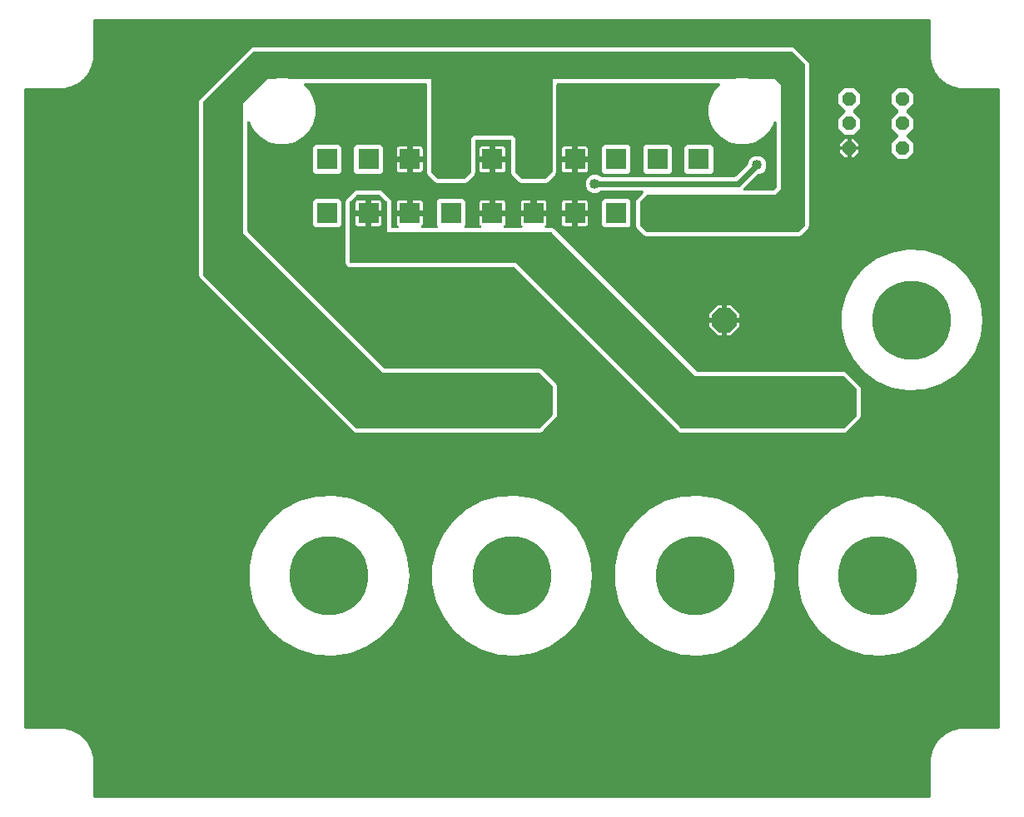
<source format=gbr>
G04 EAGLE Gerber RS-274X export*
G75*
%MOMM*%
%FSLAX34Y34*%
%LPD*%
%INBottom Copper*%
%IPPOS*%
%AMOC8*
5,1,8,0,0,1.08239X$1,22.5*%
G01*
%ADD10P,2.749271X8X202.500000*%
%ADD11C,8.000000*%
%ADD12R,2.100000X2.100000*%
%ADD13P,1.525737X8X112.500000*%
%ADD14C,1.108000*%
%ADD15C,1.016000*%
%ADD16C,1.422400*%
%ADD17C,0.609600*%

G36*
X924438Y4068D02*
X924438Y4068D01*
X924464Y4066D01*
X924611Y4088D01*
X924758Y4105D01*
X924783Y4113D01*
X924809Y4117D01*
X924947Y4172D01*
X925086Y4222D01*
X925108Y4236D01*
X925133Y4246D01*
X925254Y4331D01*
X925379Y4411D01*
X925397Y4430D01*
X925419Y4445D01*
X925518Y4555D01*
X925621Y4662D01*
X925635Y4684D01*
X925652Y4704D01*
X925724Y4834D01*
X925800Y4961D01*
X925808Y4986D01*
X925821Y5009D01*
X925861Y5152D01*
X925906Y5293D01*
X925908Y5319D01*
X925916Y5344D01*
X925935Y5588D01*
X925935Y37916D01*
X925927Y37988D01*
X925928Y38060D01*
X925907Y38160D01*
X925895Y38262D01*
X925871Y38330D01*
X925856Y38401D01*
X925817Y38485D01*
X925931Y40091D01*
X925930Y40130D01*
X925935Y40200D01*
X925935Y43104D01*
X925920Y43241D01*
X925918Y43257D01*
X925935Y43467D01*
X925935Y44485D01*
X926321Y45924D01*
X926324Y45947D01*
X926332Y45968D01*
X926369Y46210D01*
X926381Y46374D01*
X926454Y46498D01*
X926462Y46519D01*
X926469Y46532D01*
X926481Y46573D01*
X926536Y46728D01*
X926764Y47576D01*
X926771Y47629D01*
X926788Y47681D01*
X926797Y47801D01*
X926815Y47921D01*
X926810Y47974D01*
X926814Y48028D01*
X926796Y48148D01*
X926790Y48219D01*
X927267Y49498D01*
X927276Y49534D01*
X927328Y49707D01*
X927644Y51157D01*
X927672Y51193D01*
X927709Y51276D01*
X927755Y51353D01*
X927795Y51465D01*
X927816Y51511D01*
X927822Y51539D01*
X927837Y51584D01*
X928257Y53148D01*
X929244Y54858D01*
X929246Y54862D01*
X929248Y54866D01*
X929352Y55088D01*
X929519Y55536D01*
X929597Y55612D01*
X929732Y55743D01*
X929732Y55744D01*
X929733Y55744D01*
X929733Y55745D01*
X929871Y55945D01*
X930267Y56631D01*
X930282Y56664D01*
X930302Y56694D01*
X930315Y56730D01*
X930328Y56751D01*
X930353Y56828D01*
X930406Y56951D01*
X930412Y56986D01*
X930425Y57020D01*
X930433Y57079D01*
X930434Y57083D01*
X930436Y57098D01*
X930444Y57157D01*
X930462Y57257D01*
X931137Y58159D01*
X931162Y58202D01*
X931237Y58311D01*
X931894Y59448D01*
X931900Y59461D01*
X931912Y59480D01*
X932207Y60020D01*
X932224Y60045D01*
X932253Y60079D01*
X932272Y60115D01*
X932314Y60175D01*
X932741Y60916D01*
X934493Y62667D01*
X934516Y62697D01*
X934635Y62832D01*
X935116Y63474D01*
X935119Y63475D01*
X935135Y63483D01*
X935152Y63488D01*
X935289Y63565D01*
X935427Y63638D01*
X935440Y63650D01*
X935456Y63658D01*
X935642Y63817D01*
X936183Y64358D01*
X936194Y64372D01*
X936208Y64383D01*
X936303Y64508D01*
X936400Y64631D01*
X936407Y64647D01*
X936418Y64661D01*
X936482Y64804D01*
X936516Y64877D01*
X937168Y65365D01*
X937196Y65391D01*
X937333Y65507D01*
X939084Y67259D01*
X939825Y67686D01*
X939912Y67751D01*
X939989Y67798D01*
X940521Y68089D01*
X940533Y68097D01*
X940552Y68106D01*
X941689Y68763D01*
X941730Y68793D01*
X941841Y68863D01*
X942738Y69534D01*
X942739Y69534D01*
X942774Y69541D01*
X942810Y69542D01*
X942944Y69576D01*
X943080Y69604D01*
X943113Y69619D01*
X943148Y69628D01*
X943369Y69733D01*
X944056Y70129D01*
X944196Y70233D01*
X944335Y70336D01*
X944335Y70337D01*
X944443Y70463D01*
X944455Y70477D01*
X944912Y70648D01*
X944916Y70650D01*
X944921Y70651D01*
X945142Y70756D01*
X946851Y71743D01*
X948416Y72163D01*
X948500Y72196D01*
X948587Y72219D01*
X948662Y72260D01*
X948740Y72291D01*
X948814Y72342D01*
X948839Y72355D01*
X950293Y72672D01*
X950329Y72684D01*
X950502Y72733D01*
X951782Y73210D01*
X951783Y73210D01*
X951835Y73197D01*
X951956Y73195D01*
X952076Y73185D01*
X952130Y73193D01*
X952184Y73192D01*
X952413Y73235D01*
X952421Y73236D01*
X952422Y73236D01*
X952424Y73236D01*
X953272Y73464D01*
X953416Y73521D01*
X953563Y73575D01*
X953578Y73585D01*
X953596Y73592D01*
X953637Y73620D01*
X953790Y73631D01*
X953813Y73635D01*
X953835Y73635D01*
X954076Y73679D01*
X955515Y74065D01*
X956533Y74065D01*
X956574Y74069D01*
X956615Y74067D01*
X956705Y74079D01*
X956725Y74074D01*
X956775Y74074D01*
X956896Y74065D01*
X959800Y74065D01*
X959840Y74069D01*
X959909Y74069D01*
X961499Y74182D01*
X961505Y74179D01*
X961604Y74151D01*
X961699Y74114D01*
X961771Y74104D01*
X961840Y74084D01*
X962001Y74071D01*
X962044Y74065D01*
X962060Y74067D01*
X962084Y74065D01*
X994412Y74065D01*
X994438Y74068D01*
X994464Y74066D01*
X994611Y74088D01*
X994758Y74105D01*
X994783Y74113D01*
X994809Y74117D01*
X994947Y74172D01*
X995086Y74222D01*
X995108Y74236D01*
X995133Y74246D01*
X995254Y74331D01*
X995379Y74411D01*
X995397Y74430D01*
X995419Y74445D01*
X995518Y74555D01*
X995621Y74662D01*
X995635Y74684D01*
X995652Y74704D01*
X995724Y74834D01*
X995800Y74961D01*
X995808Y74986D01*
X995821Y75009D01*
X995861Y75152D01*
X995906Y75293D01*
X995908Y75319D01*
X995916Y75344D01*
X995935Y75588D01*
X995935Y724412D01*
X995932Y724438D01*
X995934Y724464D01*
X995912Y724611D01*
X995895Y724758D01*
X995887Y724783D01*
X995883Y724809D01*
X995828Y724947D01*
X995778Y725086D01*
X995764Y725108D01*
X995754Y725133D01*
X995669Y725254D01*
X995589Y725379D01*
X995570Y725397D01*
X995555Y725419D01*
X995445Y725518D01*
X995338Y725621D01*
X995316Y725635D01*
X995296Y725652D01*
X995166Y725724D01*
X995039Y725800D01*
X995014Y725808D01*
X994991Y725821D01*
X994848Y725861D01*
X994707Y725906D01*
X994681Y725908D01*
X994656Y725916D01*
X994412Y725935D01*
X962084Y725935D01*
X962012Y725927D01*
X961940Y725928D01*
X961840Y725907D01*
X961738Y725895D01*
X961670Y725871D01*
X961599Y725856D01*
X961515Y725817D01*
X959909Y725931D01*
X959870Y725930D01*
X959800Y725935D01*
X956896Y725935D01*
X956759Y725920D01*
X956743Y725918D01*
X956533Y725935D01*
X955515Y725935D01*
X954076Y726321D01*
X954053Y726324D01*
X954032Y726332D01*
X953790Y726369D01*
X953626Y726381D01*
X953502Y726454D01*
X953481Y726462D01*
X953468Y726469D01*
X953427Y726481D01*
X953272Y726536D01*
X952424Y726764D01*
X952371Y726771D01*
X952319Y726788D01*
X952199Y726797D01*
X952079Y726815D01*
X952026Y726810D01*
X951972Y726814D01*
X951852Y726796D01*
X951781Y726790D01*
X950502Y727267D01*
X950466Y727276D01*
X950293Y727328D01*
X948843Y727644D01*
X948807Y727672D01*
X948724Y727709D01*
X948647Y727755D01*
X948535Y727795D01*
X948489Y727816D01*
X948461Y727822D01*
X948416Y727837D01*
X946852Y728257D01*
X945142Y729244D01*
X945138Y729246D01*
X945134Y729248D01*
X944912Y729352D01*
X944464Y729519D01*
X944360Y729626D01*
X944257Y729732D01*
X944256Y729732D01*
X944256Y729733D01*
X944255Y729733D01*
X944055Y729871D01*
X943369Y730267D01*
X943336Y730282D01*
X943306Y730302D01*
X943176Y730351D01*
X943049Y730406D01*
X943014Y730412D01*
X942980Y730425D01*
X942843Y730444D01*
X942743Y730462D01*
X941841Y731137D01*
X941798Y731162D01*
X941689Y731237D01*
X940552Y731894D01*
X940539Y731900D01*
X940520Y731912D01*
X939980Y732207D01*
X939955Y732224D01*
X939921Y732253D01*
X939885Y732272D01*
X939825Y732314D01*
X939084Y732741D01*
X937333Y734493D01*
X937303Y734516D01*
X937168Y734635D01*
X936526Y735116D01*
X936525Y735119D01*
X936517Y735135D01*
X936512Y735152D01*
X936435Y735289D01*
X936362Y735427D01*
X936350Y735440D01*
X936342Y735456D01*
X936183Y735642D01*
X935642Y736183D01*
X935628Y736194D01*
X935617Y736208D01*
X935492Y736303D01*
X935369Y736400D01*
X935353Y736407D01*
X935339Y736418D01*
X935196Y736482D01*
X935123Y736516D01*
X934635Y737168D01*
X934609Y737195D01*
X934493Y737333D01*
X932741Y739084D01*
X932314Y739825D01*
X932249Y739912D01*
X932203Y739986D01*
X931911Y740520D01*
X931903Y740532D01*
X931894Y740552D01*
X931237Y741689D01*
X931207Y741729D01*
X931137Y741841D01*
X930466Y742738D01*
X930466Y742739D01*
X930459Y742774D01*
X930458Y742810D01*
X930424Y742944D01*
X930396Y743080D01*
X930381Y743113D01*
X930372Y743148D01*
X930267Y743369D01*
X929871Y744055D01*
X929777Y744183D01*
X929664Y744335D01*
X929663Y744335D01*
X929527Y744451D01*
X929523Y744455D01*
X929352Y744912D01*
X929350Y744916D01*
X929349Y744921D01*
X929281Y745063D01*
X929273Y745085D01*
X929267Y745093D01*
X929244Y745142D01*
X928257Y746852D01*
X927837Y748416D01*
X927804Y748500D01*
X927780Y748588D01*
X927740Y748662D01*
X927709Y748740D01*
X927658Y748815D01*
X927645Y748839D01*
X927328Y750293D01*
X927316Y750329D01*
X927267Y750502D01*
X926790Y751782D01*
X926790Y751783D01*
X926803Y751835D01*
X926805Y751956D01*
X926815Y752076D01*
X926807Y752130D01*
X926808Y752184D01*
X926765Y752413D01*
X926764Y752421D01*
X926764Y752422D01*
X926764Y752424D01*
X926536Y753272D01*
X926479Y753416D01*
X926425Y753563D01*
X926415Y753578D01*
X926408Y753596D01*
X926380Y753637D01*
X926369Y753790D01*
X926365Y753813D01*
X926365Y753835D01*
X926321Y754076D01*
X925935Y755515D01*
X925935Y756533D01*
X925931Y756574D01*
X925933Y756615D01*
X925921Y756705D01*
X925926Y756725D01*
X925926Y756775D01*
X925935Y756896D01*
X925935Y759800D01*
X925931Y759840D01*
X925931Y759909D01*
X925818Y761499D01*
X925821Y761505D01*
X925849Y761604D01*
X925886Y761699D01*
X925896Y761771D01*
X925916Y761840D01*
X925929Y762001D01*
X925935Y762044D01*
X925933Y762060D01*
X925935Y762084D01*
X925935Y794412D01*
X925932Y794438D01*
X925934Y794464D01*
X925912Y794611D01*
X925895Y794758D01*
X925887Y794783D01*
X925883Y794809D01*
X925828Y794947D01*
X925778Y795086D01*
X925764Y795108D01*
X925754Y795133D01*
X925669Y795254D01*
X925589Y795379D01*
X925570Y795397D01*
X925555Y795419D01*
X925445Y795518D01*
X925338Y795621D01*
X925316Y795635D01*
X925296Y795652D01*
X925166Y795724D01*
X925039Y795800D01*
X925014Y795808D01*
X924991Y795821D01*
X924848Y795861D01*
X924707Y795906D01*
X924681Y795908D01*
X924656Y795916D01*
X924412Y795935D01*
X75588Y795935D01*
X75562Y795932D01*
X75536Y795934D01*
X75389Y795912D01*
X75242Y795895D01*
X75217Y795887D01*
X75191Y795883D01*
X75053Y795828D01*
X74914Y795778D01*
X74892Y795764D01*
X74867Y795754D01*
X74746Y795669D01*
X74621Y795589D01*
X74603Y795570D01*
X74581Y795555D01*
X74482Y795445D01*
X74379Y795338D01*
X74365Y795316D01*
X74348Y795296D01*
X74276Y795166D01*
X74200Y795039D01*
X74192Y795014D01*
X74179Y794991D01*
X74139Y794848D01*
X74094Y794707D01*
X74092Y794681D01*
X74084Y794656D01*
X74065Y794412D01*
X74065Y762084D01*
X74073Y762012D01*
X74072Y761940D01*
X74093Y761840D01*
X74105Y761738D01*
X74129Y761670D01*
X74144Y761599D01*
X74183Y761515D01*
X74069Y759909D01*
X74070Y759870D01*
X74065Y759800D01*
X74065Y756896D01*
X74080Y756759D01*
X74082Y756743D01*
X74065Y756533D01*
X74065Y755515D01*
X73679Y754076D01*
X73676Y754053D01*
X73668Y754032D01*
X73631Y753790D01*
X73619Y753626D01*
X73546Y753502D01*
X73538Y753481D01*
X73531Y753468D01*
X73519Y753427D01*
X73464Y753272D01*
X73236Y752424D01*
X73229Y752371D01*
X73212Y752319D01*
X73203Y752199D01*
X73185Y752079D01*
X73190Y752026D01*
X73186Y751972D01*
X73204Y751852D01*
X73210Y751781D01*
X72733Y750502D01*
X72724Y750466D01*
X72672Y750293D01*
X72356Y748843D01*
X72328Y748807D01*
X72291Y748724D01*
X72245Y748647D01*
X72205Y748535D01*
X72184Y748489D01*
X72178Y748460D01*
X72163Y748416D01*
X71743Y746852D01*
X70756Y745142D01*
X70754Y745138D01*
X70752Y745134D01*
X70699Y745020D01*
X70681Y744991D01*
X70673Y744966D01*
X70648Y744912D01*
X70481Y744464D01*
X70374Y744360D01*
X70268Y744257D01*
X70268Y744256D01*
X70267Y744256D01*
X70267Y744255D01*
X70129Y744055D01*
X69733Y743369D01*
X69718Y743336D01*
X69698Y743306D01*
X69649Y743176D01*
X69594Y743049D01*
X69588Y743014D01*
X69575Y742980D01*
X69556Y742843D01*
X69538Y742743D01*
X68863Y741841D01*
X68838Y741798D01*
X68763Y741689D01*
X68106Y740552D01*
X68100Y740539D01*
X68089Y740520D01*
X67793Y739980D01*
X67776Y739955D01*
X67747Y739921D01*
X67728Y739885D01*
X67686Y739825D01*
X67259Y739084D01*
X65507Y737333D01*
X65484Y737303D01*
X65365Y737168D01*
X64884Y736526D01*
X64881Y736525D01*
X64865Y736517D01*
X64848Y736512D01*
X64711Y736435D01*
X64573Y736362D01*
X64560Y736350D01*
X64544Y736342D01*
X64358Y736183D01*
X63817Y735642D01*
X63806Y735628D01*
X63792Y735617D01*
X63697Y735492D01*
X63600Y735369D01*
X63593Y735353D01*
X63582Y735339D01*
X63518Y735196D01*
X63484Y735123D01*
X62832Y734635D01*
X62805Y734609D01*
X62667Y734493D01*
X60916Y732741D01*
X60175Y732314D01*
X60088Y732249D01*
X60014Y732203D01*
X59480Y731911D01*
X59468Y731903D01*
X59448Y731894D01*
X58311Y731237D01*
X58271Y731207D01*
X58159Y731137D01*
X57262Y730466D01*
X57261Y730466D01*
X57226Y730459D01*
X57190Y730458D01*
X57056Y730424D01*
X56920Y730396D01*
X56887Y730381D01*
X56852Y730372D01*
X56631Y730267D01*
X55945Y729871D01*
X55791Y729757D01*
X55665Y729664D01*
X55665Y729663D01*
X55545Y729523D01*
X55088Y729352D01*
X55084Y729350D01*
X55079Y729349D01*
X54858Y729244D01*
X53148Y728257D01*
X51584Y727837D01*
X51500Y727804D01*
X51412Y727780D01*
X51338Y727740D01*
X51260Y727709D01*
X51185Y727658D01*
X51161Y727645D01*
X49707Y727328D01*
X49671Y727316D01*
X49498Y727267D01*
X48218Y726790D01*
X48217Y726790D01*
X48165Y726803D01*
X48044Y726805D01*
X47924Y726815D01*
X47870Y726807D01*
X47816Y726808D01*
X47587Y726765D01*
X47579Y726764D01*
X47578Y726764D01*
X47576Y726764D01*
X46728Y726536D01*
X46584Y726479D01*
X46437Y726425D01*
X46422Y726415D01*
X46404Y726408D01*
X46363Y726380D01*
X46210Y726369D01*
X46187Y726365D01*
X46165Y726365D01*
X45924Y726321D01*
X44485Y725935D01*
X43467Y725935D01*
X43426Y725931D01*
X43385Y725933D01*
X43295Y725921D01*
X43275Y725926D01*
X43225Y725926D01*
X43104Y725935D01*
X40200Y725935D01*
X40160Y725931D01*
X40091Y725931D01*
X38501Y725818D01*
X38495Y725821D01*
X38396Y725849D01*
X38301Y725886D01*
X38229Y725896D01*
X38160Y725916D01*
X37999Y725929D01*
X37956Y725935D01*
X37940Y725933D01*
X37916Y725935D01*
X5588Y725935D01*
X5562Y725932D01*
X5536Y725934D01*
X5389Y725912D01*
X5242Y725895D01*
X5217Y725887D01*
X5191Y725883D01*
X5053Y725828D01*
X4914Y725778D01*
X4892Y725764D01*
X4867Y725754D01*
X4746Y725669D01*
X4621Y725589D01*
X4603Y725570D01*
X4581Y725555D01*
X4482Y725445D01*
X4379Y725338D01*
X4365Y725316D01*
X4348Y725296D01*
X4276Y725166D01*
X4200Y725039D01*
X4192Y725014D01*
X4179Y724991D01*
X4139Y724848D01*
X4094Y724707D01*
X4092Y724681D01*
X4084Y724656D01*
X4065Y724412D01*
X4065Y75588D01*
X4068Y75562D01*
X4066Y75536D01*
X4088Y75389D01*
X4105Y75242D01*
X4113Y75217D01*
X4117Y75191D01*
X4172Y75053D01*
X4222Y74914D01*
X4236Y74892D01*
X4246Y74867D01*
X4331Y74746D01*
X4411Y74621D01*
X4430Y74603D01*
X4445Y74581D01*
X4555Y74482D01*
X4662Y74379D01*
X4684Y74365D01*
X4704Y74348D01*
X4834Y74276D01*
X4961Y74200D01*
X4986Y74192D01*
X5009Y74179D01*
X5152Y74139D01*
X5293Y74094D01*
X5319Y74092D01*
X5344Y74084D01*
X5588Y74065D01*
X37916Y74065D01*
X37988Y74073D01*
X38060Y74072D01*
X38160Y74093D01*
X38262Y74105D01*
X38330Y74129D01*
X38401Y74144D01*
X38485Y74183D01*
X40091Y74069D01*
X40130Y74070D01*
X40200Y74065D01*
X43104Y74065D01*
X43241Y74080D01*
X43257Y74082D01*
X43467Y74065D01*
X44485Y74065D01*
X45924Y73679D01*
X45947Y73676D01*
X45968Y73668D01*
X46210Y73631D01*
X46374Y73619D01*
X46498Y73546D01*
X46519Y73538D01*
X46532Y73531D01*
X46573Y73519D01*
X46728Y73464D01*
X47576Y73236D01*
X47629Y73229D01*
X47681Y73212D01*
X47801Y73203D01*
X47921Y73185D01*
X47974Y73190D01*
X48028Y73186D01*
X48148Y73204D01*
X48219Y73210D01*
X49498Y72733D01*
X49534Y72724D01*
X49707Y72672D01*
X51157Y72356D01*
X51194Y72328D01*
X51276Y72291D01*
X51354Y72245D01*
X51465Y72205D01*
X51511Y72184D01*
X51540Y72178D01*
X51584Y72163D01*
X53149Y71743D01*
X54858Y70756D01*
X54862Y70754D01*
X54866Y70752D01*
X55088Y70648D01*
X55536Y70481D01*
X55624Y70391D01*
X55743Y70268D01*
X55744Y70268D01*
X55744Y70267D01*
X55745Y70267D01*
X55944Y70129D01*
X56631Y69733D01*
X56664Y69718D01*
X56694Y69698D01*
X56824Y69649D01*
X56951Y69594D01*
X56986Y69588D01*
X57020Y69575D01*
X57157Y69556D01*
X57257Y69538D01*
X58159Y68863D01*
X58202Y68838D01*
X58311Y68763D01*
X59448Y68106D01*
X59461Y68101D01*
X59479Y68089D01*
X60020Y67793D01*
X60046Y67776D01*
X60080Y67746D01*
X60116Y67727D01*
X60175Y67686D01*
X60916Y67259D01*
X62667Y65507D01*
X62697Y65484D01*
X62832Y65365D01*
X63474Y64884D01*
X63475Y64881D01*
X63483Y64865D01*
X63488Y64848D01*
X63565Y64711D01*
X63638Y64573D01*
X63650Y64560D01*
X63658Y64544D01*
X63817Y64358D01*
X64358Y63817D01*
X64372Y63806D01*
X64383Y63792D01*
X64508Y63697D01*
X64631Y63600D01*
X64647Y63593D01*
X64661Y63582D01*
X64804Y63518D01*
X64877Y63484D01*
X65365Y62832D01*
X65391Y62804D01*
X65507Y62667D01*
X67259Y60916D01*
X67686Y60175D01*
X67751Y60088D01*
X67798Y60011D01*
X68089Y59479D01*
X68097Y59467D01*
X68106Y59448D01*
X68763Y58311D01*
X68793Y58271D01*
X68863Y58159D01*
X69534Y57262D01*
X69534Y57261D01*
X69541Y57226D01*
X69542Y57190D01*
X69576Y57056D01*
X69584Y57016D01*
X69589Y56982D01*
X69593Y56972D01*
X69604Y56920D01*
X69619Y56887D01*
X69628Y56852D01*
X69709Y56682D01*
X69718Y56658D01*
X69724Y56649D01*
X69733Y56631D01*
X70129Y55944D01*
X70239Y55796D01*
X70336Y55665D01*
X70337Y55665D01*
X70476Y55547D01*
X70477Y55545D01*
X70648Y55088D01*
X70650Y55084D01*
X70651Y55079D01*
X70756Y54858D01*
X71743Y53148D01*
X72163Y51584D01*
X72196Y51500D01*
X72220Y51412D01*
X72260Y51338D01*
X72291Y51260D01*
X72342Y51185D01*
X72355Y51161D01*
X72672Y49707D01*
X72684Y49671D01*
X72733Y49498D01*
X73210Y48218D01*
X73210Y48217D01*
X73197Y48165D01*
X73195Y48044D01*
X73185Y47924D01*
X73193Y47870D01*
X73192Y47816D01*
X73235Y47587D01*
X73236Y47579D01*
X73236Y47578D01*
X73236Y47576D01*
X73464Y46728D01*
X73521Y46584D01*
X73575Y46437D01*
X73585Y46422D01*
X73592Y46404D01*
X73620Y46363D01*
X73631Y46210D01*
X73635Y46187D01*
X73635Y46165D01*
X73679Y45924D01*
X74065Y44485D01*
X74065Y43467D01*
X74069Y43426D01*
X74067Y43385D01*
X74079Y43295D01*
X74074Y43275D01*
X74074Y43225D01*
X74065Y43104D01*
X74065Y40200D01*
X74069Y40160D01*
X74069Y40091D01*
X74182Y38501D01*
X74179Y38495D01*
X74151Y38396D01*
X74114Y38301D01*
X74104Y38229D01*
X74084Y38160D01*
X74071Y37999D01*
X74065Y37956D01*
X74067Y37940D01*
X74065Y37916D01*
X74065Y5588D01*
X74068Y5562D01*
X74066Y5536D01*
X74088Y5389D01*
X74105Y5242D01*
X74113Y5217D01*
X74117Y5191D01*
X74172Y5053D01*
X74222Y4914D01*
X74236Y4892D01*
X74246Y4867D01*
X74331Y4746D01*
X74411Y4621D01*
X74430Y4603D01*
X74445Y4581D01*
X74555Y4482D01*
X74662Y4379D01*
X74684Y4365D01*
X74704Y4348D01*
X74834Y4276D01*
X74961Y4200D01*
X74986Y4192D01*
X75009Y4179D01*
X75152Y4139D01*
X75293Y4094D01*
X75319Y4092D01*
X75344Y4084D01*
X75588Y4065D01*
X924412Y4065D01*
X924438Y4068D01*
G37*
%LPC*%
G36*
X526998Y375311D02*
X526998Y375311D01*
X526997Y375311D01*
X525619Y375311D01*
X525609Y375312D01*
X342921Y375411D01*
X342920Y375411D01*
X341787Y375411D01*
X340763Y375836D01*
X340762Y375836D01*
X339733Y376263D01*
X338932Y377064D01*
X338932Y377065D01*
X338931Y377065D01*
X184248Y531748D01*
X182462Y533534D01*
X181611Y535588D01*
X181611Y712212D01*
X182462Y714266D01*
X234834Y766638D01*
X236888Y767489D01*
X785212Y767489D01*
X787266Y766638D01*
X801538Y752366D01*
X802389Y750312D01*
X802389Y586163D01*
X801538Y584109D01*
X793616Y576187D01*
X791562Y575336D01*
X636938Y575336D01*
X634884Y576187D01*
X626962Y584109D01*
X626111Y586163D01*
X626111Y610612D01*
X626962Y612666D01*
X633098Y618801D01*
X633233Y618937D01*
X633296Y619015D01*
X633365Y619088D01*
X633404Y619152D01*
X633450Y619210D01*
X633493Y619301D01*
X633544Y619387D01*
X633567Y619458D01*
X633599Y619525D01*
X633620Y619623D01*
X633651Y619719D01*
X633657Y619793D01*
X633672Y619866D01*
X633670Y619966D01*
X633679Y620066D01*
X633668Y620140D01*
X633666Y620214D01*
X633642Y620311D01*
X633627Y620411D01*
X633599Y620480D01*
X633581Y620552D01*
X633535Y620641D01*
X633498Y620735D01*
X633456Y620796D01*
X633422Y620862D01*
X633357Y620938D01*
X633299Y621021D01*
X633244Y621071D01*
X633196Y621127D01*
X633115Y621187D01*
X633040Y621254D01*
X632975Y621290D01*
X632916Y621334D01*
X632823Y621374D01*
X632735Y621423D01*
X632664Y621443D01*
X632596Y621473D01*
X632497Y621490D01*
X632400Y621518D01*
X632300Y621526D01*
X632253Y621534D01*
X632217Y621532D01*
X632156Y621537D01*
X590651Y621537D01*
X590525Y621523D01*
X590399Y621516D01*
X590353Y621503D01*
X590305Y621497D01*
X590186Y621455D01*
X590064Y621420D01*
X590022Y621396D01*
X589977Y621380D01*
X589870Y621311D01*
X589760Y621250D01*
X589714Y621210D01*
X589684Y621191D01*
X589650Y621156D01*
X589574Y621091D01*
X589380Y620898D01*
X586019Y619505D01*
X582381Y619505D01*
X579020Y620898D01*
X576448Y623470D01*
X575055Y626831D01*
X575055Y630469D01*
X576448Y633830D01*
X579020Y636402D01*
X582381Y637795D01*
X586019Y637795D01*
X589380Y636402D01*
X589574Y636209D01*
X589673Y636130D01*
X589767Y636046D01*
X589809Y636022D01*
X589847Y635992D01*
X589961Y635938D01*
X590072Y635877D01*
X590118Y635864D01*
X590162Y635843D01*
X590285Y635817D01*
X590407Y635782D01*
X590468Y635777D01*
X590503Y635770D01*
X590551Y635771D01*
X590651Y635763D01*
X726673Y635763D01*
X726798Y635777D01*
X726925Y635784D01*
X726971Y635797D01*
X727019Y635803D01*
X727138Y635845D01*
X727260Y635880D01*
X727302Y635904D01*
X727347Y635920D01*
X727453Y635989D01*
X727564Y636050D01*
X727610Y636090D01*
X727640Y636109D01*
X727674Y636144D01*
X727750Y636209D01*
X739709Y648168D01*
X739788Y648267D01*
X739872Y648361D01*
X739896Y648403D01*
X739926Y648441D01*
X739980Y648555D01*
X740041Y648666D01*
X740054Y648712D01*
X740075Y648756D01*
X740101Y648880D01*
X740136Y649001D01*
X740141Y649062D01*
X740148Y649097D01*
X740147Y649145D01*
X740155Y649245D01*
X740155Y649519D01*
X741548Y652880D01*
X744120Y655452D01*
X747481Y656845D01*
X751119Y656845D01*
X754480Y655452D01*
X757052Y652880D01*
X758445Y649519D01*
X758445Y645881D01*
X757052Y642520D01*
X754480Y639948D01*
X751119Y638555D01*
X750845Y638555D01*
X750720Y638541D01*
X750593Y638534D01*
X750547Y638521D01*
X750499Y638515D01*
X750380Y638473D01*
X750258Y638438D01*
X750216Y638414D01*
X750171Y638398D01*
X750064Y638329D01*
X749954Y638268D01*
X749908Y638228D01*
X749878Y638209D01*
X749844Y638174D01*
X749768Y638109D01*
X735698Y624039D01*
X735636Y623961D01*
X735566Y623888D01*
X735528Y623824D01*
X735481Y623766D01*
X735438Y623675D01*
X735387Y623589D01*
X735364Y623518D01*
X735332Y623451D01*
X735311Y623353D01*
X735281Y623257D01*
X735275Y623183D01*
X735259Y623110D01*
X735261Y623010D01*
X735253Y622910D01*
X735264Y622836D01*
X735265Y622762D01*
X735290Y622665D01*
X735304Y622565D01*
X735332Y622496D01*
X735350Y622424D01*
X735396Y622334D01*
X735433Y622241D01*
X735476Y622180D01*
X735510Y622114D01*
X735575Y622037D01*
X735632Y621955D01*
X735687Y621905D01*
X735736Y621849D01*
X735816Y621789D01*
X735891Y621722D01*
X735956Y621686D01*
X736016Y621641D01*
X736108Y621602D01*
X736196Y621553D01*
X736268Y621533D01*
X736336Y621503D01*
X736435Y621486D01*
X736531Y621458D01*
X736631Y621450D01*
X736679Y621442D01*
X736715Y621444D01*
X736775Y621439D01*
X765279Y621439D01*
X765405Y621453D01*
X765531Y621460D01*
X765577Y621473D01*
X765625Y621479D01*
X765744Y621521D01*
X765866Y621556D01*
X765908Y621580D01*
X765953Y621596D01*
X766060Y621665D01*
X766170Y621726D01*
X766216Y621766D01*
X766246Y621785D01*
X766280Y621820D01*
X766356Y621885D01*
X768540Y624069D01*
X768619Y624168D01*
X768703Y624262D01*
X768727Y624304D01*
X768757Y624342D01*
X768811Y624456D01*
X768872Y624567D01*
X768885Y624613D01*
X768906Y624657D01*
X768932Y624780D01*
X768967Y624902D01*
X768972Y624963D01*
X768979Y624998D01*
X768978Y625046D01*
X768986Y625146D01*
X768986Y690384D01*
X768969Y690533D01*
X768957Y690682D01*
X768949Y690706D01*
X768946Y690731D01*
X768896Y690872D01*
X768850Y691014D01*
X768837Y691035D01*
X768829Y691059D01*
X768748Y691185D01*
X768671Y691313D01*
X768653Y691331D01*
X768640Y691351D01*
X768532Y691455D01*
X768428Y691563D01*
X768407Y691576D01*
X768389Y691594D01*
X768261Y691670D01*
X768135Y691751D01*
X768111Y691760D01*
X768090Y691772D01*
X767948Y691818D01*
X767807Y691868D01*
X767782Y691871D01*
X767758Y691879D01*
X767609Y691891D01*
X767460Y691908D01*
X767436Y691905D01*
X767411Y691907D01*
X767263Y691884D01*
X767114Y691867D01*
X767091Y691859D01*
X767066Y691855D01*
X766927Y691800D01*
X766786Y691749D01*
X766765Y691735D01*
X766742Y691726D01*
X766619Y691641D01*
X766494Y691559D01*
X766477Y691541D01*
X766456Y691527D01*
X766356Y691416D01*
X766252Y691308D01*
X766239Y691287D01*
X766223Y691269D01*
X766150Y691137D01*
X766074Y691009D01*
X766064Y690981D01*
X766054Y690963D01*
X766041Y690918D01*
X765992Y690779D01*
X765743Y689852D01*
X761259Y682084D01*
X754916Y675741D01*
X747148Y671257D01*
X738485Y668935D01*
X729515Y668935D01*
X720852Y671257D01*
X713084Y675741D01*
X706741Y682084D01*
X702257Y689852D01*
X699935Y698515D01*
X699935Y707485D01*
X702257Y716148D01*
X706741Y723916D01*
X711136Y728311D01*
X711198Y728389D01*
X711268Y728462D01*
X711307Y728526D01*
X711353Y728584D01*
X711396Y728675D01*
X711447Y728761D01*
X711470Y728832D01*
X711502Y728899D01*
X711523Y728997D01*
X711553Y729093D01*
X711559Y729167D01*
X711575Y729240D01*
X711573Y729340D01*
X711581Y729440D01*
X711570Y729514D01*
X711569Y729588D01*
X711545Y729685D01*
X711530Y729785D01*
X711502Y729854D01*
X711484Y729926D01*
X711438Y730016D01*
X711401Y730109D01*
X711359Y730170D01*
X711324Y730236D01*
X711259Y730313D01*
X711202Y730395D01*
X711147Y730445D01*
X711099Y730501D01*
X711018Y730561D01*
X710943Y730628D01*
X710878Y730664D01*
X710818Y730709D01*
X710726Y730748D01*
X710638Y730797D01*
X710567Y730817D01*
X710498Y730847D01*
X710400Y730864D01*
X710303Y730892D01*
X710203Y730900D01*
X710155Y730908D01*
X710120Y730906D01*
X710059Y730911D01*
X546737Y730911D01*
X546711Y730908D01*
X546685Y730910D01*
X546538Y730888D01*
X546391Y730871D01*
X546366Y730863D01*
X546340Y730859D01*
X546202Y730804D01*
X546063Y730754D01*
X546041Y730740D01*
X546016Y730730D01*
X545895Y730645D01*
X545770Y730565D01*
X545752Y730546D01*
X545730Y730531D01*
X545631Y730421D01*
X545528Y730314D01*
X545514Y730292D01*
X545497Y730272D01*
X545425Y730142D01*
X545349Y730015D01*
X545341Y729990D01*
X545328Y729967D01*
X545288Y729824D01*
X545243Y729683D01*
X545241Y729657D01*
X545233Y729632D01*
X545214Y729388D01*
X545214Y640138D01*
X544363Y638084D01*
X536441Y630162D01*
X534387Y629311D01*
X509938Y629311D01*
X507884Y630162D01*
X499962Y638084D01*
X499111Y640138D01*
X499111Y672238D01*
X499108Y672264D01*
X499110Y672290D01*
X499088Y672437D01*
X499071Y672584D01*
X499063Y672609D01*
X499059Y672635D01*
X499004Y672773D01*
X498954Y672912D01*
X498940Y672934D01*
X498930Y672959D01*
X498845Y673080D01*
X498765Y673205D01*
X498746Y673223D01*
X498731Y673245D01*
X498621Y673344D01*
X498514Y673447D01*
X498492Y673461D01*
X498472Y673478D01*
X498342Y673550D01*
X498215Y673626D01*
X498190Y673634D01*
X498167Y673647D01*
X498024Y673687D01*
X497883Y673732D01*
X497857Y673734D01*
X497832Y673742D01*
X497588Y673761D01*
X464187Y673761D01*
X464161Y673758D01*
X464135Y673760D01*
X463988Y673738D01*
X463841Y673721D01*
X463816Y673713D01*
X463790Y673709D01*
X463652Y673654D01*
X463513Y673604D01*
X463491Y673590D01*
X463466Y673580D01*
X463345Y673495D01*
X463220Y673415D01*
X463202Y673396D01*
X463180Y673381D01*
X463081Y673271D01*
X462978Y673164D01*
X462964Y673142D01*
X462947Y673122D01*
X462875Y672992D01*
X462799Y672865D01*
X462791Y672840D01*
X462778Y672817D01*
X462738Y672674D01*
X462693Y672533D01*
X462691Y672507D01*
X462683Y672482D01*
X462664Y672238D01*
X462664Y640138D01*
X461813Y638084D01*
X453891Y630162D01*
X451837Y629311D01*
X424213Y629311D01*
X422159Y630162D01*
X414237Y638084D01*
X413386Y640138D01*
X413386Y729388D01*
X413383Y729414D01*
X413385Y729440D01*
X413363Y729587D01*
X413346Y729734D01*
X413338Y729759D01*
X413334Y729785D01*
X413279Y729923D01*
X413229Y730062D01*
X413215Y730084D01*
X413205Y730109D01*
X413120Y730230D01*
X413040Y730355D01*
X413021Y730373D01*
X413006Y730395D01*
X412896Y730494D01*
X412789Y730597D01*
X412767Y730611D01*
X412747Y730628D01*
X412617Y730700D01*
X412490Y730776D01*
X412465Y730784D01*
X412442Y730797D01*
X412299Y730837D01*
X412158Y730882D01*
X412132Y730884D01*
X412107Y730892D01*
X411863Y730911D01*
X289941Y730911D01*
X289841Y730900D01*
X289741Y730898D01*
X289669Y730880D01*
X289595Y730871D01*
X289500Y730838D01*
X289403Y730813D01*
X289337Y730779D01*
X289267Y730754D01*
X289182Y730699D01*
X289093Y730653D01*
X289036Y730605D01*
X288974Y730565D01*
X288904Y730493D01*
X288828Y730428D01*
X288783Y730368D01*
X288732Y730314D01*
X288680Y730228D01*
X288620Y730147D01*
X288591Y730079D01*
X288553Y730015D01*
X288522Y729919D01*
X288482Y729827D01*
X288469Y729754D01*
X288447Y729683D01*
X288439Y729583D01*
X288421Y729484D01*
X288425Y729410D01*
X288419Y729336D01*
X288434Y729236D01*
X288439Y729136D01*
X288459Y729065D01*
X288470Y728991D01*
X288507Y728898D01*
X288535Y728801D01*
X288572Y728736D01*
X288599Y728667D01*
X288656Y728585D01*
X288705Y728497D01*
X288771Y728421D01*
X288798Y728381D01*
X288824Y728357D01*
X288864Y728311D01*
X293259Y723916D01*
X297743Y716148D01*
X300065Y707485D01*
X300065Y698515D01*
X297743Y689852D01*
X293259Y682084D01*
X286916Y675741D01*
X279148Y671257D01*
X270485Y668935D01*
X261515Y668935D01*
X252852Y671257D01*
X245084Y675741D01*
X238741Y682084D01*
X234257Y689852D01*
X233883Y691245D01*
X233828Y691384D01*
X233778Y691525D01*
X233764Y691546D01*
X233755Y691569D01*
X233670Y691692D01*
X233589Y691818D01*
X233571Y691835D01*
X233557Y691856D01*
X233446Y691956D01*
X233338Y692060D01*
X233317Y692073D01*
X233298Y692090D01*
X233167Y692162D01*
X233039Y692239D01*
X233015Y692247D01*
X232994Y692259D01*
X232849Y692300D01*
X232707Y692345D01*
X232682Y692347D01*
X232658Y692354D01*
X232509Y692361D01*
X232360Y692373D01*
X232335Y692369D01*
X232310Y692371D01*
X232164Y692344D01*
X232015Y692321D01*
X231992Y692312D01*
X231968Y692308D01*
X231830Y692248D01*
X231691Y692193D01*
X231671Y692179D01*
X231648Y692169D01*
X231528Y692079D01*
X231405Y691994D01*
X231388Y691975D01*
X231369Y691961D01*
X231272Y691846D01*
X231172Y691735D01*
X231160Y691713D01*
X231144Y691694D01*
X231076Y691561D01*
X231003Y691430D01*
X230996Y691406D01*
X230985Y691384D01*
X230949Y691239D01*
X230908Y691095D01*
X230906Y691065D01*
X230901Y691046D01*
X230901Y690998D01*
X230889Y690851D01*
X230889Y580921D01*
X230903Y580795D01*
X230910Y580669D01*
X230923Y580623D01*
X230929Y580575D01*
X230971Y580456D01*
X231006Y580334D01*
X231030Y580292D01*
X231046Y580247D01*
X231115Y580140D01*
X231176Y580030D01*
X231216Y579984D01*
X231235Y579954D01*
X231270Y579920D01*
X231335Y579844D01*
X370169Y441010D01*
X370268Y440931D01*
X370362Y440847D01*
X370404Y440823D01*
X370442Y440793D01*
X370556Y440739D01*
X370667Y440678D01*
X370713Y440665D01*
X370757Y440644D01*
X370880Y440618D01*
X371002Y440583D01*
X371063Y440578D01*
X371098Y440571D01*
X371146Y440572D01*
X371246Y440564D01*
X525768Y440564D01*
X525869Y440575D01*
X527168Y440564D01*
X527173Y440564D01*
X527181Y440564D01*
X528287Y440564D01*
X529305Y440131D01*
X529311Y440130D01*
X529318Y440126D01*
X530340Y439703D01*
X531115Y438914D01*
X531119Y438911D01*
X531124Y438904D01*
X532015Y438013D01*
X532105Y437906D01*
X543690Y426114D01*
X543694Y426110D01*
X543700Y426104D01*
X544481Y425323D01*
X544895Y424298D01*
X544898Y424293D01*
X544900Y424286D01*
X545324Y423263D01*
X545314Y422157D01*
X545314Y422152D01*
X545314Y422144D01*
X545314Y392488D01*
X544463Y390434D01*
X542677Y388648D01*
X531976Y377947D01*
X531971Y377942D01*
X531965Y377935D01*
X531960Y377931D01*
X531957Y377927D01*
X530960Y376931D01*
X530959Y376931D01*
X530190Y376161D01*
X529147Y375730D01*
X529146Y375729D01*
X528135Y375311D01*
X526998Y375311D01*
G37*
%LPD*%
G36*
X527150Y379391D02*
X527150Y379391D01*
X527277Y379398D01*
X527323Y379411D01*
X527370Y379416D01*
X527490Y379459D01*
X527612Y379494D01*
X527654Y379518D01*
X527699Y379534D01*
X527805Y379602D01*
X527916Y379664D01*
X527962Y379703D01*
X527991Y379723D01*
X528025Y379757D01*
X528102Y379823D01*
X540802Y392523D01*
X540881Y392622D01*
X540965Y392716D01*
X540989Y392758D01*
X541019Y392796D01*
X541073Y392910D01*
X541134Y393021D01*
X541147Y393067D01*
X541168Y393111D01*
X541194Y393234D01*
X541229Y393356D01*
X541234Y393417D01*
X541241Y393452D01*
X541240Y393500D01*
X541248Y393600D01*
X541248Y422175D01*
X541235Y422294D01*
X541229Y422413D01*
X541215Y422467D01*
X541208Y422521D01*
X541168Y422634D01*
X541136Y422749D01*
X541109Y422797D01*
X541091Y422849D01*
X541026Y422950D01*
X540968Y423055D01*
X540923Y423109D01*
X540902Y423142D01*
X540869Y423174D01*
X540812Y423243D01*
X528237Y436043D01*
X528133Y436126D01*
X528034Y436215D01*
X527998Y436235D01*
X527966Y436262D01*
X527846Y436319D01*
X527729Y436384D01*
X527689Y436395D01*
X527652Y436413D01*
X527522Y436442D01*
X527394Y436479D01*
X527342Y436483D01*
X527312Y436490D01*
X527262Y436489D01*
X527150Y436498D01*
X368931Y436498D01*
X226823Y578606D01*
X226823Y710469D01*
X239287Y722933D01*
X239335Y722993D01*
X239390Y723047D01*
X239474Y723168D01*
X239503Y723206D01*
X239512Y723223D01*
X239529Y723248D01*
X239555Y723293D01*
X245707Y729445D01*
X245752Y729471D01*
X245814Y729517D01*
X245881Y729555D01*
X245993Y729650D01*
X246032Y729679D01*
X246045Y729694D01*
X246067Y729713D01*
X251331Y734977D01*
X257448Y734977D01*
X257524Y734986D01*
X257602Y734985D01*
X257747Y735011D01*
X257794Y735017D01*
X257813Y735023D01*
X257842Y735029D01*
X261649Y736049D01*
X270351Y736049D01*
X274158Y735029D01*
X274234Y735017D01*
X274308Y734996D01*
X274456Y734985D01*
X274503Y734978D01*
X274522Y734979D01*
X274552Y734977D01*
X417452Y734977D01*
X417452Y641250D01*
X417466Y641124D01*
X417473Y640998D01*
X417486Y640952D01*
X417492Y640904D01*
X417534Y640785D01*
X417569Y640663D01*
X417593Y640621D01*
X417609Y640576D01*
X417678Y640469D01*
X417739Y640359D01*
X417779Y640313D01*
X417798Y640283D01*
X417833Y640249D01*
X417898Y640173D01*
X424248Y633823D01*
X424347Y633744D01*
X424441Y633660D01*
X424483Y633636D01*
X424521Y633606D01*
X424635Y633552D01*
X424746Y633491D01*
X424792Y633478D01*
X424836Y633457D01*
X424959Y633431D01*
X425081Y633396D01*
X425142Y633392D01*
X425177Y633384D01*
X425225Y633385D01*
X425325Y633377D01*
X450725Y633377D01*
X450851Y633391D01*
X450977Y633398D01*
X451023Y633411D01*
X451071Y633417D01*
X451190Y633459D01*
X451312Y633494D01*
X451354Y633518D01*
X451399Y633534D01*
X451506Y633603D01*
X451616Y633664D01*
X451662Y633704D01*
X451692Y633723D01*
X451726Y633758D01*
X451802Y633823D01*
X458152Y640173D01*
X458231Y640272D01*
X458315Y640366D01*
X458339Y640408D01*
X458369Y640446D01*
X458423Y640560D01*
X458484Y640671D01*
X458497Y640717D01*
X458518Y640761D01*
X458544Y640884D01*
X458579Y641006D01*
X458584Y641067D01*
X458591Y641102D01*
X458590Y641150D01*
X458598Y641250D01*
X458598Y675544D01*
X460881Y677827D01*
X500894Y677827D01*
X503177Y675544D01*
X503177Y641250D01*
X503191Y641124D01*
X503198Y640998D01*
X503211Y640952D01*
X503217Y640904D01*
X503259Y640785D01*
X503294Y640663D01*
X503318Y640621D01*
X503334Y640576D01*
X503403Y640469D01*
X503464Y640359D01*
X503504Y640313D01*
X503523Y640283D01*
X503558Y640249D01*
X503623Y640173D01*
X509973Y633823D01*
X510072Y633744D01*
X510166Y633660D01*
X510208Y633636D01*
X510246Y633606D01*
X510360Y633552D01*
X510471Y633491D01*
X510517Y633478D01*
X510561Y633457D01*
X510684Y633431D01*
X510806Y633396D01*
X510867Y633392D01*
X510902Y633384D01*
X510950Y633385D01*
X511050Y633377D01*
X533275Y633377D01*
X533401Y633391D01*
X533527Y633398D01*
X533573Y633411D01*
X533621Y633417D01*
X533740Y633459D01*
X533862Y633494D01*
X533904Y633518D01*
X533949Y633534D01*
X534056Y633603D01*
X534166Y633664D01*
X534212Y633704D01*
X534242Y633723D01*
X534276Y633758D01*
X534352Y633823D01*
X540702Y640173D01*
X540781Y640272D01*
X540865Y640366D01*
X540889Y640408D01*
X540919Y640446D01*
X540973Y640560D01*
X541034Y640671D01*
X541047Y640717D01*
X541068Y640761D01*
X541094Y640884D01*
X541129Y641006D01*
X541134Y641067D01*
X541141Y641102D01*
X541140Y641150D01*
X541148Y641250D01*
X541148Y734977D01*
X725448Y734977D01*
X725524Y734986D01*
X725602Y734985D01*
X725747Y735011D01*
X725794Y735017D01*
X725813Y735023D01*
X725842Y735029D01*
X729649Y736049D01*
X738351Y736049D01*
X742158Y735029D01*
X742234Y735017D01*
X742308Y734996D01*
X742456Y734985D01*
X742503Y734978D01*
X742522Y734979D01*
X742552Y734977D01*
X767594Y734977D01*
X773052Y729519D01*
X773052Y622831D01*
X767594Y617373D01*
X638050Y617373D01*
X637924Y617359D01*
X637798Y617352D01*
X637752Y617339D01*
X637704Y617333D01*
X637585Y617291D01*
X637463Y617256D01*
X637421Y617232D01*
X637376Y617216D01*
X637269Y617147D01*
X637159Y617086D01*
X637113Y617046D01*
X637083Y617027D01*
X637049Y616992D01*
X636973Y616927D01*
X630623Y610577D01*
X630544Y610478D01*
X630460Y610384D01*
X630436Y610342D01*
X630406Y610304D01*
X630352Y610190D01*
X630291Y610079D01*
X630278Y610033D01*
X630257Y609989D01*
X630231Y609866D01*
X630196Y609744D01*
X630192Y609683D01*
X630184Y609648D01*
X630185Y609600D01*
X630177Y609500D01*
X630177Y587275D01*
X630191Y587149D01*
X630198Y587023D01*
X630211Y586977D01*
X630217Y586929D01*
X630259Y586810D01*
X630294Y586688D01*
X630318Y586646D01*
X630334Y586601D01*
X630403Y586494D01*
X630464Y586384D01*
X630504Y586338D01*
X630523Y586308D01*
X630558Y586274D01*
X630623Y586198D01*
X636973Y579848D01*
X637072Y579769D01*
X637166Y579685D01*
X637208Y579661D01*
X637246Y579631D01*
X637360Y579577D01*
X637471Y579516D01*
X637517Y579503D01*
X637561Y579482D01*
X637684Y579456D01*
X637806Y579421D01*
X637867Y579417D01*
X637902Y579409D01*
X637950Y579410D01*
X638050Y579402D01*
X790450Y579402D01*
X790576Y579416D01*
X790702Y579423D01*
X790748Y579436D01*
X790796Y579442D01*
X790915Y579484D01*
X791037Y579519D01*
X791079Y579543D01*
X791124Y579559D01*
X791231Y579628D01*
X791341Y579689D01*
X791387Y579729D01*
X791417Y579748D01*
X791451Y579783D01*
X791527Y579848D01*
X797877Y586198D01*
X797956Y586297D01*
X798040Y586391D01*
X798064Y586433D01*
X798094Y586471D01*
X798148Y586585D01*
X798209Y586696D01*
X798222Y586742D01*
X798243Y586786D01*
X798269Y586909D01*
X798304Y587031D01*
X798309Y587092D01*
X798316Y587127D01*
X798315Y587175D01*
X798323Y587275D01*
X798323Y749200D01*
X798309Y749326D01*
X798302Y749452D01*
X798289Y749498D01*
X798283Y749546D01*
X798241Y749665D01*
X798206Y749787D01*
X798182Y749829D01*
X798166Y749874D01*
X798097Y749981D01*
X798036Y750091D01*
X797996Y750137D01*
X797977Y750167D01*
X797942Y750201D01*
X797877Y750277D01*
X785177Y762977D01*
X785078Y763056D01*
X784984Y763140D01*
X784942Y763164D01*
X784904Y763194D01*
X784790Y763248D01*
X784679Y763309D01*
X784633Y763322D01*
X784589Y763343D01*
X784466Y763369D01*
X784344Y763404D01*
X784283Y763409D01*
X784248Y763416D01*
X784200Y763415D01*
X784100Y763423D01*
X238000Y763423D01*
X237874Y763409D01*
X237748Y763402D01*
X237702Y763389D01*
X237654Y763383D01*
X237535Y763341D01*
X237413Y763306D01*
X237371Y763282D01*
X237326Y763266D01*
X237219Y763197D01*
X237109Y763136D01*
X237063Y763096D01*
X237033Y763077D01*
X236999Y763042D01*
X236923Y762977D01*
X186123Y712177D01*
X186044Y712078D01*
X185960Y711984D01*
X185936Y711942D01*
X185906Y711904D01*
X185852Y711790D01*
X185791Y711679D01*
X185778Y711633D01*
X185757Y711589D01*
X185731Y711466D01*
X185696Y711344D01*
X185692Y711283D01*
X185684Y711248D01*
X185685Y711200D01*
X185677Y711100D01*
X185677Y536700D01*
X185691Y536574D01*
X185698Y536448D01*
X185711Y536402D01*
X185717Y536354D01*
X185759Y536235D01*
X185794Y536113D01*
X185818Y536071D01*
X185834Y536026D01*
X185903Y535919D01*
X185964Y535809D01*
X186004Y535763D01*
X186023Y535733D01*
X186058Y535699D01*
X186123Y535623D01*
X341823Y379923D01*
X341921Y379845D01*
X342015Y379760D01*
X342058Y379737D01*
X342096Y379706D01*
X342210Y379652D01*
X342320Y379591D01*
X342367Y379578D01*
X342411Y379557D01*
X342534Y379531D01*
X342655Y379497D01*
X342717Y379492D01*
X342752Y379484D01*
X342800Y379485D01*
X342899Y379477D01*
X527024Y379377D01*
X527150Y379391D01*
G37*
%LPC*%
G36*
X836283Y375311D02*
X836283Y375311D01*
X836282Y375311D01*
X834895Y375311D01*
X834884Y375312D01*
X673110Y375411D01*
X673109Y375411D01*
X671987Y375411D01*
X670952Y375840D01*
X670952Y375841D01*
X669933Y376263D01*
X669133Y377063D01*
X669133Y377064D01*
X502956Y543240D01*
X502857Y543319D01*
X502763Y543403D01*
X502721Y543427D01*
X502683Y543457D01*
X502569Y543511D01*
X502458Y543572D01*
X502412Y543585D01*
X502368Y543606D01*
X502245Y543632D01*
X502123Y543667D01*
X502062Y543672D01*
X502027Y543679D01*
X501979Y543678D01*
X501879Y543686D01*
X336557Y543686D01*
X336556Y543686D01*
X336554Y543686D01*
X335444Y543684D01*
X334417Y544109D01*
X334416Y544110D01*
X334415Y544110D01*
X333389Y544533D01*
X332609Y545313D01*
X332608Y545313D01*
X332606Y545315D01*
X331814Y546104D01*
X331391Y547125D01*
X331391Y547126D01*
X331390Y547128D01*
X330961Y548157D01*
X330961Y549261D01*
X330961Y549262D01*
X330961Y549264D01*
X330839Y608081D01*
X330839Y608085D01*
X330839Y608088D01*
X330836Y608112D01*
X330836Y609500D01*
X330836Y609501D01*
X330836Y609503D01*
X330834Y610606D01*
X331259Y611633D01*
X331260Y611634D01*
X331260Y611636D01*
X331683Y612661D01*
X332463Y613441D01*
X332464Y613443D01*
X332465Y613444D01*
X333441Y614424D01*
X333468Y614447D01*
X339609Y620588D01*
X341663Y621439D01*
X366112Y621439D01*
X368166Y620588D01*
X376088Y612666D01*
X376939Y610612D01*
X376939Y584862D01*
X376942Y584836D01*
X376940Y584810D01*
X376962Y584663D01*
X376979Y584516D01*
X376987Y584491D01*
X376991Y584465D01*
X377046Y584327D01*
X377096Y584188D01*
X377110Y584166D01*
X377120Y584141D01*
X377205Y584020D01*
X377285Y583895D01*
X377304Y583877D01*
X377319Y583855D01*
X377429Y583756D01*
X377536Y583653D01*
X377558Y583639D01*
X377578Y583622D01*
X377708Y583550D01*
X377835Y583474D01*
X377860Y583466D01*
X377883Y583453D01*
X378026Y583413D01*
X378167Y583368D01*
X378193Y583366D01*
X378218Y583358D01*
X378462Y583339D01*
X383154Y583339D01*
X383278Y583353D01*
X383403Y583359D01*
X383451Y583373D01*
X383500Y583379D01*
X383618Y583421D01*
X383738Y583455D01*
X383781Y583479D01*
X383828Y583496D01*
X383933Y583564D01*
X384043Y583625D01*
X384079Y583658D01*
X384121Y583685D01*
X384208Y583775D01*
X384300Y583859D01*
X384329Y583900D01*
X384363Y583936D01*
X384427Y584043D01*
X384498Y584146D01*
X384516Y584192D01*
X384542Y584235D01*
X384580Y584354D01*
X384626Y584471D01*
X384633Y584520D01*
X384648Y584567D01*
X384658Y584692D01*
X384676Y584815D01*
X384672Y584865D01*
X384676Y584914D01*
X384657Y585038D01*
X384647Y585163D01*
X384632Y585210D01*
X384624Y585259D01*
X384578Y585375D01*
X384540Y585494D01*
X384514Y585537D01*
X384496Y585583D01*
X384424Y585685D01*
X384360Y585793D01*
X384325Y585828D01*
X384297Y585869D01*
X384204Y585953D01*
X384116Y586042D01*
X384065Y586078D01*
X384038Y586102D01*
X383996Y586125D01*
X383949Y586158D01*
X383467Y586640D01*
X383132Y587219D01*
X382959Y587865D01*
X382959Y595653D01*
X394476Y595653D01*
X394502Y595656D01*
X394528Y595654D01*
X394675Y595676D01*
X394822Y595693D01*
X394847Y595701D01*
X394873Y595705D01*
X395011Y595760D01*
X395150Y595810D01*
X395172Y595824D01*
X395197Y595834D01*
X395318Y595919D01*
X395443Y595999D01*
X395461Y596018D01*
X395483Y596033D01*
X395582Y596143D01*
X395685Y596250D01*
X395699Y596272D01*
X395716Y596292D01*
X395788Y596422D01*
X395864Y596549D01*
X395872Y596574D01*
X395885Y596597D01*
X395925Y596740D01*
X395970Y596881D01*
X395972Y596907D01*
X395979Y596932D01*
X395999Y597176D01*
X395999Y598701D01*
X396001Y598701D01*
X396001Y597176D01*
X396004Y597150D01*
X396002Y597124D01*
X396024Y596977D01*
X396041Y596830D01*
X396050Y596805D01*
X396053Y596779D01*
X396108Y596641D01*
X396158Y596502D01*
X396173Y596480D01*
X396182Y596455D01*
X396267Y596334D01*
X396347Y596209D01*
X396366Y596191D01*
X396381Y596169D01*
X396491Y596070D01*
X396598Y595967D01*
X396620Y595953D01*
X396640Y595936D01*
X396770Y595864D01*
X396897Y595788D01*
X396922Y595780D01*
X396945Y595767D01*
X397088Y595727D01*
X397229Y595682D01*
X397255Y595680D01*
X397280Y595672D01*
X397524Y595653D01*
X409041Y595653D01*
X409041Y587865D01*
X408868Y587219D01*
X408533Y586640D01*
X408044Y586151D01*
X407984Y586107D01*
X407879Y586039D01*
X407845Y586003D01*
X407805Y585974D01*
X407724Y585878D01*
X407637Y585788D01*
X407612Y585746D01*
X407580Y585708D01*
X407522Y585596D01*
X407458Y585489D01*
X407443Y585442D01*
X407420Y585398D01*
X407390Y585276D01*
X407352Y585157D01*
X407348Y585108D01*
X407336Y585060D01*
X407334Y584934D01*
X407324Y584810D01*
X407331Y584761D01*
X407331Y584711D01*
X407357Y584589D01*
X407376Y584465D01*
X407394Y584419D01*
X407404Y584371D01*
X407458Y584257D01*
X407504Y584141D01*
X407533Y584101D01*
X407554Y584056D01*
X407632Y583958D01*
X407703Y583855D01*
X407740Y583822D01*
X407771Y583783D01*
X407869Y583705D01*
X407962Y583622D01*
X408005Y583598D01*
X408044Y583567D01*
X408158Y583514D01*
X408267Y583453D01*
X408315Y583440D01*
X408360Y583419D01*
X408482Y583392D01*
X408603Y583358D01*
X408665Y583353D01*
X408700Y583346D01*
X408748Y583347D01*
X408846Y583339D01*
X422935Y583339D01*
X423035Y583350D01*
X423136Y583352D01*
X423208Y583370D01*
X423282Y583379D01*
X423376Y583413D01*
X423474Y583437D01*
X423540Y583471D01*
X423610Y583496D01*
X423694Y583551D01*
X423783Y583597D01*
X423840Y583645D01*
X423903Y583685D01*
X423972Y583757D01*
X424049Y583822D01*
X424093Y583882D01*
X424145Y583936D01*
X424196Y584022D01*
X424256Y584103D01*
X424285Y584171D01*
X424324Y584235D01*
X424354Y584331D01*
X424394Y584423D01*
X424407Y584496D01*
X424430Y584567D01*
X424438Y584667D01*
X424456Y584766D01*
X424452Y584840D01*
X424458Y584914D01*
X424443Y585014D01*
X424438Y585114D01*
X424417Y585185D01*
X424406Y585259D01*
X424369Y585352D01*
X424341Y585449D01*
X424305Y585514D01*
X424277Y585583D01*
X424220Y585665D01*
X424171Y585753D01*
X424106Y585829D01*
X424078Y585869D01*
X424052Y585893D01*
X424013Y585939D01*
X423435Y586516D01*
X423435Y610884D01*
X425816Y613265D01*
X450184Y613265D01*
X452565Y610884D01*
X452565Y586516D01*
X451987Y585939D01*
X451925Y585860D01*
X451855Y585788D01*
X451817Y585724D01*
X451771Y585666D01*
X451728Y585575D01*
X451676Y585489D01*
X451654Y585418D01*
X451622Y585351D01*
X451601Y585253D01*
X451570Y585157D01*
X451564Y585083D01*
X451549Y585010D01*
X451550Y584910D01*
X451542Y584810D01*
X451553Y584736D01*
X451555Y584662D01*
X451579Y584565D01*
X451594Y584465D01*
X451621Y584396D01*
X451640Y584324D01*
X451686Y584235D01*
X451723Y584141D01*
X451765Y584080D01*
X451799Y584014D01*
X451864Y583938D01*
X451922Y583855D01*
X451977Y583805D01*
X452025Y583749D01*
X452106Y583689D01*
X452180Y583622D01*
X452245Y583586D01*
X452305Y583541D01*
X452397Y583502D01*
X452485Y583453D01*
X452557Y583433D01*
X452625Y583403D01*
X452724Y583386D01*
X452821Y583358D01*
X452921Y583350D01*
X452968Y583342D01*
X453004Y583344D01*
X453065Y583339D01*
X467154Y583339D01*
X467278Y583353D01*
X467403Y583359D01*
X467451Y583373D01*
X467500Y583379D01*
X467618Y583421D01*
X467738Y583455D01*
X467781Y583479D01*
X467828Y583496D01*
X467933Y583564D01*
X468043Y583625D01*
X468079Y583658D01*
X468121Y583685D01*
X468208Y583775D01*
X468300Y583859D01*
X468329Y583900D01*
X468363Y583936D01*
X468427Y584043D01*
X468498Y584146D01*
X468516Y584192D01*
X468542Y584235D01*
X468580Y584354D01*
X468626Y584471D01*
X468633Y584520D01*
X468648Y584567D01*
X468658Y584692D01*
X468676Y584815D01*
X468672Y584865D01*
X468676Y584914D01*
X468657Y585038D01*
X468647Y585163D01*
X468632Y585210D01*
X468624Y585259D01*
X468578Y585375D01*
X468540Y585494D01*
X468514Y585537D01*
X468496Y585583D01*
X468424Y585685D01*
X468360Y585793D01*
X468325Y585828D01*
X468297Y585869D01*
X468204Y585953D01*
X468116Y586042D01*
X468065Y586078D01*
X468038Y586102D01*
X467996Y586125D01*
X467949Y586158D01*
X467467Y586640D01*
X467132Y587219D01*
X466959Y587865D01*
X466959Y595653D01*
X478476Y595653D01*
X478502Y595656D01*
X478528Y595654D01*
X478675Y595676D01*
X478822Y595693D01*
X478847Y595701D01*
X478873Y595705D01*
X479011Y595760D01*
X479150Y595810D01*
X479172Y595824D01*
X479197Y595834D01*
X479318Y595919D01*
X479443Y595999D01*
X479461Y596018D01*
X479483Y596033D01*
X479582Y596143D01*
X479685Y596250D01*
X479699Y596272D01*
X479716Y596292D01*
X479788Y596422D01*
X479864Y596549D01*
X479872Y596574D01*
X479885Y596597D01*
X479925Y596740D01*
X479970Y596881D01*
X479972Y596907D01*
X479979Y596932D01*
X479999Y597176D01*
X479999Y598701D01*
X480001Y598701D01*
X480001Y597176D01*
X480004Y597150D01*
X480002Y597124D01*
X480024Y596977D01*
X480041Y596830D01*
X480050Y596805D01*
X480053Y596779D01*
X480108Y596641D01*
X480158Y596502D01*
X480173Y596480D01*
X480182Y596455D01*
X480267Y596334D01*
X480347Y596209D01*
X480366Y596191D01*
X480381Y596169D01*
X480491Y596070D01*
X480598Y595967D01*
X480620Y595953D01*
X480640Y595936D01*
X480770Y595864D01*
X480897Y595788D01*
X480922Y595780D01*
X480945Y595767D01*
X481088Y595727D01*
X481229Y595682D01*
X481255Y595680D01*
X481280Y595672D01*
X481524Y595653D01*
X493041Y595653D01*
X493041Y587865D01*
X492868Y587219D01*
X492533Y586640D01*
X492044Y586151D01*
X491984Y586107D01*
X491879Y586039D01*
X491845Y586003D01*
X491805Y585974D01*
X491724Y585878D01*
X491637Y585788D01*
X491612Y585746D01*
X491580Y585708D01*
X491522Y585596D01*
X491458Y585489D01*
X491443Y585442D01*
X491420Y585398D01*
X491390Y585276D01*
X491352Y585157D01*
X491348Y585108D01*
X491336Y585060D01*
X491334Y584934D01*
X491324Y584810D01*
X491331Y584761D01*
X491331Y584711D01*
X491357Y584589D01*
X491376Y584465D01*
X491394Y584419D01*
X491404Y584371D01*
X491458Y584257D01*
X491504Y584141D01*
X491533Y584101D01*
X491554Y584056D01*
X491632Y583958D01*
X491703Y583855D01*
X491740Y583822D01*
X491771Y583783D01*
X491869Y583705D01*
X491962Y583622D01*
X492005Y583598D01*
X492044Y583567D01*
X492158Y583514D01*
X492267Y583453D01*
X492315Y583440D01*
X492360Y583419D01*
X492482Y583392D01*
X492603Y583358D01*
X492665Y583353D01*
X492700Y583346D01*
X492748Y583347D01*
X492846Y583339D01*
X509154Y583339D01*
X509278Y583353D01*
X509403Y583359D01*
X509451Y583373D01*
X509500Y583379D01*
X509618Y583421D01*
X509738Y583455D01*
X509781Y583479D01*
X509828Y583496D01*
X509933Y583564D01*
X510043Y583625D01*
X510079Y583658D01*
X510121Y583685D01*
X510208Y583775D01*
X510300Y583859D01*
X510329Y583900D01*
X510363Y583936D01*
X510427Y584043D01*
X510498Y584146D01*
X510516Y584192D01*
X510542Y584235D01*
X510580Y584354D01*
X510626Y584471D01*
X510633Y584520D01*
X510648Y584567D01*
X510658Y584692D01*
X510676Y584815D01*
X510672Y584865D01*
X510676Y584914D01*
X510657Y585038D01*
X510647Y585163D01*
X510632Y585210D01*
X510624Y585259D01*
X510578Y585375D01*
X510540Y585494D01*
X510514Y585537D01*
X510496Y585583D01*
X510424Y585685D01*
X510360Y585793D01*
X510325Y585828D01*
X510297Y585869D01*
X510204Y585953D01*
X510116Y586042D01*
X510065Y586078D01*
X510038Y586102D01*
X509996Y586125D01*
X509949Y586158D01*
X509467Y586640D01*
X509132Y587219D01*
X508959Y587865D01*
X508959Y595653D01*
X520476Y595653D01*
X520502Y595656D01*
X520528Y595654D01*
X520675Y595676D01*
X520822Y595693D01*
X520847Y595701D01*
X520873Y595705D01*
X521011Y595760D01*
X521150Y595810D01*
X521172Y595824D01*
X521197Y595834D01*
X521318Y595919D01*
X521443Y595999D01*
X521461Y596018D01*
X521483Y596033D01*
X521582Y596143D01*
X521685Y596250D01*
X521699Y596272D01*
X521716Y596292D01*
X521788Y596422D01*
X521864Y596549D01*
X521872Y596574D01*
X521885Y596597D01*
X521925Y596740D01*
X521970Y596881D01*
X521972Y596907D01*
X521979Y596932D01*
X521999Y597176D01*
X521999Y598701D01*
X522001Y598701D01*
X522001Y597176D01*
X522004Y597150D01*
X522002Y597124D01*
X522024Y596977D01*
X522041Y596830D01*
X522050Y596805D01*
X522053Y596779D01*
X522108Y596641D01*
X522158Y596502D01*
X522173Y596480D01*
X522182Y596455D01*
X522267Y596334D01*
X522347Y596209D01*
X522366Y596191D01*
X522381Y596169D01*
X522491Y596070D01*
X522598Y595967D01*
X522620Y595953D01*
X522640Y595936D01*
X522770Y595864D01*
X522897Y595788D01*
X522922Y595780D01*
X522945Y595767D01*
X523088Y595727D01*
X523229Y595682D01*
X523255Y595680D01*
X523280Y595672D01*
X523524Y595653D01*
X535041Y595653D01*
X535041Y587865D01*
X534868Y587219D01*
X534533Y586640D01*
X534044Y586151D01*
X533984Y586107D01*
X533879Y586039D01*
X533845Y586003D01*
X533805Y585974D01*
X533724Y585878D01*
X533637Y585788D01*
X533612Y585746D01*
X533580Y585708D01*
X533522Y585596D01*
X533458Y585489D01*
X533443Y585442D01*
X533420Y585398D01*
X533390Y585276D01*
X533352Y585157D01*
X533348Y585108D01*
X533336Y585060D01*
X533334Y584934D01*
X533324Y584810D01*
X533331Y584761D01*
X533331Y584711D01*
X533357Y584589D01*
X533376Y584465D01*
X533394Y584419D01*
X533404Y584371D01*
X533458Y584257D01*
X533504Y584141D01*
X533533Y584101D01*
X533554Y584056D01*
X533632Y583958D01*
X533703Y583855D01*
X533740Y583822D01*
X533771Y583783D01*
X533869Y583705D01*
X533962Y583622D01*
X534005Y583598D01*
X534044Y583567D01*
X534158Y583514D01*
X534267Y583453D01*
X534315Y583440D01*
X534360Y583419D01*
X534482Y583392D01*
X534603Y583358D01*
X534665Y583353D01*
X534700Y583346D01*
X534748Y583347D01*
X534846Y583339D01*
X540962Y583339D01*
X543016Y582488D01*
X687671Y437833D01*
X687769Y437755D01*
X687863Y437670D01*
X687906Y437647D01*
X687944Y437616D01*
X688057Y437563D01*
X688168Y437502D01*
X688215Y437488D01*
X688259Y437467D01*
X688382Y437441D01*
X688503Y437407D01*
X688564Y437402D01*
X688600Y437394D01*
X688648Y437395D01*
X688747Y437387D01*
X836307Y437289D01*
X836308Y437289D01*
X837414Y437289D01*
X838441Y436862D01*
X838442Y436862D01*
X839468Y436437D01*
X840254Y435650D01*
X840254Y435649D01*
X840255Y435649D01*
X853738Y422166D01*
X854589Y420112D01*
X854589Y392488D01*
X853738Y390434D01*
X851952Y388648D01*
X851951Y388648D01*
X841251Y377947D01*
X841246Y377941D01*
X841240Y377936D01*
X841236Y377931D01*
X840236Y376933D01*
X840236Y376932D01*
X839464Y376161D01*
X838423Y375730D01*
X838422Y375730D01*
X837410Y375311D01*
X836283Y375311D01*
G37*
%LPD*%
G36*
X836425Y379391D02*
X836425Y379391D01*
X836552Y379398D01*
X836598Y379411D01*
X836645Y379416D01*
X836765Y379459D01*
X836887Y379494D01*
X836928Y379518D01*
X836974Y379534D01*
X837080Y379603D01*
X837191Y379664D01*
X837237Y379703D01*
X837266Y379723D01*
X837300Y379757D01*
X837377Y379823D01*
X850077Y392523D01*
X850156Y392622D01*
X850240Y392716D01*
X850264Y392758D01*
X850294Y392796D01*
X850348Y392910D01*
X850409Y393021D01*
X850422Y393067D01*
X850443Y393111D01*
X850469Y393234D01*
X850504Y393356D01*
X850509Y393417D01*
X850516Y393452D01*
X850515Y393500D01*
X850523Y393600D01*
X850523Y419000D01*
X850521Y419018D01*
X850522Y419033D01*
X850510Y419118D01*
X850509Y419126D01*
X850502Y419252D01*
X850489Y419298D01*
X850483Y419346D01*
X850441Y419465D01*
X850406Y419587D01*
X850382Y419629D01*
X850366Y419674D01*
X850297Y419781D01*
X850236Y419891D01*
X850196Y419937D01*
X850177Y419967D01*
X850142Y420001D01*
X850077Y420077D01*
X837377Y432777D01*
X837279Y432855D01*
X837185Y432940D01*
X837142Y432963D01*
X837104Y432994D01*
X836990Y433047D01*
X836880Y433108D01*
X836833Y433122D01*
X836789Y433143D01*
X836666Y433169D01*
X836545Y433203D01*
X836483Y433208D01*
X836448Y433216D01*
X836400Y433215D01*
X836301Y433223D01*
X686431Y433323D01*
X540927Y578827D01*
X540828Y578906D01*
X540734Y578990D01*
X540692Y579014D01*
X540654Y579044D01*
X540540Y579098D01*
X540429Y579159D01*
X540383Y579172D01*
X540339Y579193D01*
X540216Y579219D01*
X540094Y579254D01*
X540033Y579259D01*
X539998Y579266D01*
X539950Y579265D01*
X539850Y579273D01*
X372873Y579273D01*
X372873Y609500D01*
X372859Y609626D01*
X372852Y609752D01*
X372839Y609798D01*
X372833Y609846D01*
X372791Y609965D01*
X372756Y610087D01*
X372732Y610129D01*
X372716Y610174D01*
X372647Y610281D01*
X372586Y610391D01*
X372546Y610437D01*
X372527Y610467D01*
X372492Y610501D01*
X372427Y610577D01*
X366077Y616927D01*
X365978Y617006D01*
X365884Y617090D01*
X365842Y617114D01*
X365804Y617144D01*
X365690Y617198D01*
X365579Y617259D01*
X365533Y617272D01*
X365489Y617293D01*
X365366Y617319D01*
X365244Y617354D01*
X365183Y617359D01*
X365148Y617366D01*
X365100Y617365D01*
X365000Y617373D01*
X342775Y617373D01*
X342649Y617359D01*
X342523Y617352D01*
X342477Y617339D01*
X342429Y617333D01*
X342310Y617291D01*
X342188Y617256D01*
X342146Y617232D01*
X342101Y617216D01*
X341994Y617147D01*
X341884Y617086D01*
X341838Y617046D01*
X341808Y617027D01*
X341774Y616992D01*
X341698Y616927D01*
X335348Y610577D01*
X335268Y610477D01*
X335183Y610382D01*
X335160Y610341D01*
X335131Y610304D01*
X335077Y610188D01*
X335015Y610076D01*
X335002Y610031D01*
X334982Y609989D01*
X334955Y609864D01*
X334921Y609741D01*
X334916Y609682D01*
X334909Y609648D01*
X334910Y609600D01*
X334902Y609497D01*
X335027Y549272D01*
X335030Y549247D01*
X335028Y549223D01*
X335050Y549075D01*
X335067Y548926D01*
X335076Y548903D01*
X335079Y548878D01*
X335135Y548739D01*
X335186Y548598D01*
X335199Y548577D01*
X335208Y548554D01*
X335293Y548432D01*
X335375Y548305D01*
X335393Y548288D01*
X335407Y548268D01*
X335518Y548168D01*
X335626Y548064D01*
X335648Y548051D01*
X335666Y548035D01*
X335797Y547962D01*
X335926Y547886D01*
X335949Y547878D01*
X335971Y547866D01*
X336115Y547825D01*
X336258Y547780D01*
X336283Y547778D01*
X336306Y547771D01*
X336550Y547752D01*
X504194Y547752D01*
X672023Y379923D01*
X672121Y379845D01*
X672215Y379760D01*
X672258Y379737D01*
X672296Y379706D01*
X672410Y379653D01*
X672520Y379592D01*
X672567Y379578D01*
X672611Y379557D01*
X672734Y379531D01*
X672855Y379497D01*
X672917Y379492D01*
X672952Y379484D01*
X673000Y379485D01*
X673099Y379477D01*
X836299Y379377D01*
X836425Y379391D01*
G37*
%LPC*%
G36*
X672806Y149519D02*
X672806Y149519D01*
X655813Y154237D01*
X640232Y162497D01*
X626791Y173914D01*
X616118Y187954D01*
X608713Y203959D01*
X604922Y221182D01*
X604922Y238818D01*
X608713Y256041D01*
X616118Y272046D01*
X626791Y286086D01*
X640232Y297503D01*
X655813Y305763D01*
X672806Y310481D01*
X690415Y311436D01*
X707819Y308583D01*
X724201Y302055D01*
X738798Y292159D01*
X750926Y279356D01*
X760018Y264244D01*
X765649Y247532D01*
X767556Y230000D01*
X765649Y212468D01*
X760018Y195756D01*
X750926Y180644D01*
X738798Y167841D01*
X724201Y157945D01*
X707819Y151417D01*
X690415Y148564D01*
X672806Y149519D01*
G37*
%LPD*%
%LPC*%
G36*
X486806Y149519D02*
X486806Y149519D01*
X469813Y154237D01*
X454232Y162497D01*
X440791Y173914D01*
X430118Y187954D01*
X422713Y203959D01*
X418922Y221182D01*
X418922Y238818D01*
X422713Y256041D01*
X430118Y272046D01*
X440791Y286086D01*
X454232Y297503D01*
X469813Y305763D01*
X486806Y310481D01*
X504415Y311436D01*
X521819Y308583D01*
X538201Y302055D01*
X552798Y292159D01*
X564926Y279356D01*
X574018Y264244D01*
X579649Y247532D01*
X581556Y230000D01*
X579649Y212468D01*
X574018Y195756D01*
X564926Y180644D01*
X552798Y167841D01*
X538201Y157945D01*
X521819Y151417D01*
X504415Y148564D01*
X486806Y149519D01*
G37*
%LPD*%
%LPC*%
G36*
X300806Y149519D02*
X300806Y149519D01*
X283813Y154237D01*
X268232Y162497D01*
X254791Y173914D01*
X244118Y187954D01*
X236713Y203959D01*
X232922Y221182D01*
X232922Y238818D01*
X236713Y256041D01*
X244118Y272046D01*
X254791Y286086D01*
X268232Y297503D01*
X283813Y305763D01*
X300806Y310481D01*
X318415Y311436D01*
X335819Y308583D01*
X352201Y302055D01*
X366798Y292159D01*
X378926Y279356D01*
X388018Y264244D01*
X393649Y247532D01*
X395556Y230000D01*
X393649Y212468D01*
X388018Y195756D01*
X378926Y180645D01*
X366798Y167841D01*
X352201Y157945D01*
X335819Y151417D01*
X318415Y148564D01*
X300806Y149519D01*
G37*
%LPD*%
%LPC*%
G36*
X858806Y149519D02*
X858806Y149519D01*
X841813Y154237D01*
X826232Y162497D01*
X812791Y173914D01*
X802118Y187954D01*
X794713Y203959D01*
X790922Y221182D01*
X790922Y238818D01*
X794713Y256041D01*
X802118Y272046D01*
X812791Y286086D01*
X826232Y297503D01*
X841813Y305763D01*
X858806Y310481D01*
X876415Y311436D01*
X893818Y308583D01*
X910201Y302055D01*
X924798Y292159D01*
X936926Y279355D01*
X946018Y264244D01*
X951649Y247532D01*
X953556Y230000D01*
X951649Y212468D01*
X946018Y195756D01*
X936926Y180644D01*
X924798Y167841D01*
X910201Y157945D01*
X893819Y151417D01*
X876415Y148564D01*
X858806Y149519D01*
G37*
%LPD*%
%LPC*%
G36*
X886128Y421452D02*
X886128Y421452D01*
X870873Y428032D01*
X857546Y437953D01*
X846867Y450680D01*
X839411Y465527D01*
X835579Y481693D01*
X835579Y498307D01*
X839411Y514473D01*
X846867Y529320D01*
X857546Y542047D01*
X870873Y551968D01*
X886128Y558548D01*
X902489Y561433D01*
X919075Y560467D01*
X934991Y555702D01*
X949379Y547395D01*
X961464Y535994D01*
X970593Y522114D01*
X976276Y506502D01*
X978204Y490000D01*
X976276Y473498D01*
X970593Y457886D01*
X961464Y444006D01*
X949379Y432605D01*
X934991Y424298D01*
X919075Y419533D01*
X902489Y418567D01*
X886128Y421452D01*
G37*
%LPD*%
%LPC*%
G36*
X892397Y653887D02*
X892397Y653887D01*
X885887Y660397D01*
X885887Y669603D01*
X892707Y676423D01*
X892723Y676443D01*
X892743Y676460D01*
X892832Y676580D01*
X892924Y676696D01*
X892935Y676720D01*
X892951Y676741D01*
X893009Y676877D01*
X893073Y677011D01*
X893078Y677037D01*
X893089Y677061D01*
X893115Y677207D01*
X893146Y677352D01*
X893146Y677378D01*
X893150Y677404D01*
X893143Y677552D01*
X893140Y677700D01*
X893134Y677726D01*
X893132Y677752D01*
X893091Y677894D01*
X893055Y678038D01*
X893043Y678062D01*
X893036Y678087D01*
X892963Y678216D01*
X892895Y678348D01*
X892878Y678368D01*
X892866Y678391D01*
X892707Y678577D01*
X885887Y685397D01*
X885887Y694603D01*
X892707Y701423D01*
X892723Y701443D01*
X892743Y701460D01*
X892832Y701580D01*
X892924Y701696D01*
X892935Y701720D01*
X892951Y701741D01*
X893009Y701877D01*
X893073Y702011D01*
X893078Y702037D01*
X893089Y702061D01*
X893115Y702207D01*
X893146Y702352D01*
X893146Y702378D01*
X893150Y702404D01*
X893143Y702552D01*
X893140Y702700D01*
X893134Y702726D01*
X893132Y702752D01*
X893091Y702894D01*
X893055Y703038D01*
X893043Y703062D01*
X893036Y703087D01*
X892963Y703216D01*
X892895Y703348D01*
X892878Y703368D01*
X892866Y703391D01*
X892707Y703577D01*
X885887Y710397D01*
X885887Y719603D01*
X892397Y726113D01*
X901603Y726113D01*
X908113Y719603D01*
X908113Y710397D01*
X901293Y703577D01*
X901277Y703557D01*
X901257Y703540D01*
X901168Y703420D01*
X901076Y703304D01*
X901065Y703280D01*
X901049Y703259D01*
X900991Y703123D01*
X900927Y702989D01*
X900922Y702963D01*
X900911Y702939D01*
X900885Y702793D01*
X900854Y702648D01*
X900854Y702622D01*
X900850Y702596D01*
X900857Y702448D01*
X900860Y702300D01*
X900866Y702274D01*
X900868Y702248D01*
X900909Y702106D01*
X900945Y701962D01*
X900957Y701939D01*
X900964Y701913D01*
X901037Y701784D01*
X901105Y701652D01*
X901122Y701632D01*
X901134Y701609D01*
X901293Y701423D01*
X908113Y694603D01*
X908113Y685397D01*
X901293Y678577D01*
X901277Y678557D01*
X901257Y678540D01*
X901168Y678420D01*
X901076Y678304D01*
X901065Y678280D01*
X901049Y678259D01*
X900991Y678123D01*
X900927Y677989D01*
X900922Y677963D01*
X900911Y677939D01*
X900885Y677793D01*
X900854Y677648D01*
X900854Y677622D01*
X900850Y677596D01*
X900857Y677448D01*
X900860Y677300D01*
X900866Y677274D01*
X900868Y677248D01*
X900909Y677106D01*
X900945Y676962D01*
X900957Y676939D01*
X900964Y676913D01*
X901037Y676784D01*
X901105Y676652D01*
X901122Y676632D01*
X901134Y676609D01*
X901293Y676423D01*
X908113Y669603D01*
X908113Y660397D01*
X901603Y653887D01*
X892397Y653887D01*
G37*
%LPD*%
%LPC*%
G36*
X838397Y678887D02*
X838397Y678887D01*
X831887Y685397D01*
X831887Y694603D01*
X838707Y701423D01*
X838723Y701443D01*
X838743Y701460D01*
X838832Y701580D01*
X838924Y701696D01*
X838935Y701720D01*
X838951Y701741D01*
X839009Y701877D01*
X839073Y702011D01*
X839078Y702037D01*
X839089Y702061D01*
X839115Y702207D01*
X839146Y702352D01*
X839146Y702378D01*
X839150Y702404D01*
X839143Y702552D01*
X839140Y702700D01*
X839134Y702726D01*
X839132Y702752D01*
X839091Y702894D01*
X839055Y703038D01*
X839043Y703061D01*
X839036Y703087D01*
X838963Y703216D01*
X838895Y703348D01*
X838878Y703368D01*
X838866Y703391D01*
X838707Y703577D01*
X831887Y710397D01*
X831887Y719603D01*
X838397Y726113D01*
X847603Y726113D01*
X854113Y719603D01*
X854113Y710397D01*
X847293Y703577D01*
X847277Y703557D01*
X847257Y703540D01*
X847168Y703420D01*
X847076Y703304D01*
X847065Y703280D01*
X847049Y703259D01*
X846991Y703123D01*
X846927Y702989D01*
X846922Y702963D01*
X846911Y702939D01*
X846885Y702793D01*
X846854Y702648D01*
X846854Y702622D01*
X846850Y702596D01*
X846857Y702448D01*
X846860Y702300D01*
X846866Y702274D01*
X846868Y702248D01*
X846909Y702106D01*
X846945Y701962D01*
X846957Y701938D01*
X846964Y701913D01*
X847037Y701784D01*
X847105Y701652D01*
X847122Y701632D01*
X847134Y701609D01*
X847293Y701423D01*
X854113Y694603D01*
X854113Y685397D01*
X847603Y678887D01*
X838397Y678887D01*
G37*
%LPD*%
%LPC*%
G36*
X677816Y639135D02*
X677816Y639135D01*
X675435Y641516D01*
X675435Y665884D01*
X677816Y668265D01*
X702184Y668265D01*
X704565Y665884D01*
X704565Y641516D01*
X702184Y639135D01*
X677816Y639135D01*
G37*
%LPD*%
%LPC*%
G36*
X299816Y639135D02*
X299816Y639135D01*
X297435Y641516D01*
X297435Y665884D01*
X299816Y668265D01*
X324184Y668265D01*
X326565Y665884D01*
X326565Y641516D01*
X324184Y639135D01*
X299816Y639135D01*
G37*
%LPD*%
%LPC*%
G36*
X341816Y639135D02*
X341816Y639135D01*
X339435Y641516D01*
X339435Y665884D01*
X341816Y668265D01*
X366184Y668265D01*
X368565Y665884D01*
X368565Y641516D01*
X366184Y639135D01*
X341816Y639135D01*
G37*
%LPD*%
%LPC*%
G36*
X593816Y639135D02*
X593816Y639135D01*
X591435Y641516D01*
X591435Y665884D01*
X593816Y668265D01*
X618184Y668265D01*
X620565Y665884D01*
X620565Y641516D01*
X618184Y639135D01*
X593816Y639135D01*
G37*
%LPD*%
%LPC*%
G36*
X635816Y639135D02*
X635816Y639135D01*
X633435Y641516D01*
X633435Y665884D01*
X635816Y668265D01*
X660184Y668265D01*
X662565Y665884D01*
X662565Y641516D01*
X660184Y639135D01*
X635816Y639135D01*
G37*
%LPD*%
%LPC*%
G36*
X299816Y584135D02*
X299816Y584135D01*
X297435Y586516D01*
X297435Y610884D01*
X299816Y613265D01*
X324184Y613265D01*
X326565Y610884D01*
X326565Y586516D01*
X324184Y584135D01*
X299816Y584135D01*
G37*
%LPD*%
%LPC*%
G36*
X593816Y584135D02*
X593816Y584135D01*
X591435Y586516D01*
X591435Y610884D01*
X593816Y613265D01*
X618184Y613265D01*
X620565Y610884D01*
X620565Y586516D01*
X618184Y584135D01*
X593816Y584135D01*
G37*
%LPD*%
%LPC*%
G36*
X718439Y492539D02*
X718439Y492539D01*
X718439Y505241D01*
X722213Y505241D01*
X731141Y496313D01*
X731141Y492539D01*
X718439Y492539D01*
G37*
%LPD*%
%LPC*%
G36*
X700659Y492539D02*
X700659Y492539D01*
X700659Y496313D01*
X709587Y505241D01*
X713361Y505241D01*
X713361Y492539D01*
X700659Y492539D01*
G37*
%LPD*%
%LPC*%
G36*
X718439Y474759D02*
X718439Y474759D01*
X718439Y487461D01*
X731141Y487461D01*
X731141Y483687D01*
X722213Y474759D01*
X718439Y474759D01*
G37*
%LPD*%
%LPC*%
G36*
X709587Y474759D02*
X709587Y474759D01*
X700659Y483687D01*
X700659Y487461D01*
X713361Y487461D01*
X713361Y474759D01*
X709587Y474759D01*
G37*
%LPD*%
%LPC*%
G36*
X567047Y656747D02*
X567047Y656747D01*
X567047Y666741D01*
X574835Y666741D01*
X575481Y666568D01*
X576060Y666233D01*
X576533Y665760D01*
X576868Y665181D01*
X577041Y664535D01*
X577041Y656747D01*
X567047Y656747D01*
G37*
%LPD*%
%LPC*%
G36*
X399047Y656747D02*
X399047Y656747D01*
X399047Y666741D01*
X406835Y666741D01*
X407481Y666568D01*
X408060Y666233D01*
X408533Y665760D01*
X408868Y665181D01*
X409041Y664535D01*
X409041Y656747D01*
X399047Y656747D01*
G37*
%LPD*%
%LPC*%
G36*
X483047Y656747D02*
X483047Y656747D01*
X483047Y666741D01*
X490835Y666741D01*
X491481Y666568D01*
X492060Y666233D01*
X492533Y665760D01*
X492868Y665181D01*
X493041Y664535D01*
X493041Y656747D01*
X483047Y656747D01*
G37*
%LPD*%
%LPC*%
G36*
X525047Y601747D02*
X525047Y601747D01*
X525047Y611741D01*
X532835Y611741D01*
X533481Y611568D01*
X534060Y611233D01*
X534533Y610760D01*
X534868Y610181D01*
X535041Y609535D01*
X535041Y601747D01*
X525047Y601747D01*
G37*
%LPD*%
%LPC*%
G36*
X357047Y601747D02*
X357047Y601747D01*
X357047Y611741D01*
X364835Y611741D01*
X365481Y611568D01*
X366060Y611233D01*
X366533Y610760D01*
X366868Y610181D01*
X367041Y609535D01*
X367041Y601747D01*
X357047Y601747D01*
G37*
%LPD*%
%LPC*%
G36*
X399047Y601747D02*
X399047Y601747D01*
X399047Y611741D01*
X406835Y611741D01*
X407481Y611568D01*
X408060Y611233D01*
X408533Y610760D01*
X408868Y610181D01*
X409041Y609535D01*
X409041Y601747D01*
X399047Y601747D01*
G37*
%LPD*%
%LPC*%
G36*
X483047Y601747D02*
X483047Y601747D01*
X483047Y611741D01*
X490835Y611741D01*
X491481Y611568D01*
X492060Y611233D01*
X492533Y610760D01*
X492868Y610181D01*
X493041Y609535D01*
X493041Y601747D01*
X483047Y601747D01*
G37*
%LPD*%
%LPC*%
G36*
X567047Y601747D02*
X567047Y601747D01*
X567047Y611741D01*
X574835Y611741D01*
X575481Y611568D01*
X576060Y611233D01*
X576533Y610760D01*
X576868Y610181D01*
X577041Y609535D01*
X577041Y601747D01*
X567047Y601747D01*
G37*
%LPD*%
%LPC*%
G36*
X466959Y601747D02*
X466959Y601747D01*
X466959Y609535D01*
X467132Y610181D01*
X467467Y610760D01*
X467940Y611233D01*
X468519Y611568D01*
X469165Y611741D01*
X476953Y611741D01*
X476953Y601747D01*
X466959Y601747D01*
G37*
%LPD*%
%LPC*%
G36*
X550959Y656747D02*
X550959Y656747D01*
X550959Y664535D01*
X551132Y665181D01*
X551467Y665760D01*
X551940Y666233D01*
X552519Y666568D01*
X553165Y666741D01*
X560953Y666741D01*
X560953Y656747D01*
X550959Y656747D01*
G37*
%LPD*%
%LPC*%
G36*
X466959Y656747D02*
X466959Y656747D01*
X466959Y664535D01*
X467132Y665181D01*
X467467Y665760D01*
X467940Y666233D01*
X468519Y666568D01*
X469165Y666741D01*
X476953Y666741D01*
X476953Y656747D01*
X466959Y656747D01*
G37*
%LPD*%
%LPC*%
G36*
X382959Y656747D02*
X382959Y656747D01*
X382959Y664535D01*
X383132Y665181D01*
X383467Y665760D01*
X383940Y666233D01*
X384519Y666568D01*
X385165Y666741D01*
X392953Y666741D01*
X392953Y656747D01*
X382959Y656747D01*
G37*
%LPD*%
%LPC*%
G36*
X508959Y601747D02*
X508959Y601747D01*
X508959Y609535D01*
X509132Y610181D01*
X509467Y610760D01*
X509940Y611233D01*
X510519Y611568D01*
X511165Y611741D01*
X518953Y611741D01*
X518953Y601747D01*
X508959Y601747D01*
G37*
%LPD*%
%LPC*%
G36*
X340959Y601747D02*
X340959Y601747D01*
X340959Y609535D01*
X341132Y610181D01*
X341467Y610760D01*
X341940Y611233D01*
X342519Y611568D01*
X343165Y611741D01*
X350953Y611741D01*
X350953Y601747D01*
X340959Y601747D01*
G37*
%LPD*%
%LPC*%
G36*
X550959Y601747D02*
X550959Y601747D01*
X550959Y609535D01*
X551132Y610181D01*
X551467Y610760D01*
X551940Y611233D01*
X552519Y611568D01*
X553165Y611741D01*
X560953Y611741D01*
X560953Y601747D01*
X550959Y601747D01*
G37*
%LPD*%
%LPC*%
G36*
X382959Y601747D02*
X382959Y601747D01*
X382959Y609535D01*
X383132Y610181D01*
X383467Y610760D01*
X383940Y611233D01*
X384519Y611568D01*
X385165Y611741D01*
X392953Y611741D01*
X392953Y601747D01*
X382959Y601747D01*
G37*
%LPD*%
%LPC*%
G36*
X399047Y640659D02*
X399047Y640659D01*
X399047Y650653D01*
X409041Y650653D01*
X409041Y642865D01*
X408868Y642219D01*
X408533Y641640D01*
X408060Y641167D01*
X407481Y640832D01*
X406835Y640659D01*
X399047Y640659D01*
G37*
%LPD*%
%LPC*%
G36*
X483047Y640659D02*
X483047Y640659D01*
X483047Y650653D01*
X493041Y650653D01*
X493041Y642865D01*
X492868Y642219D01*
X492533Y641640D01*
X492060Y641167D01*
X491481Y640832D01*
X490835Y640659D01*
X483047Y640659D01*
G37*
%LPD*%
%LPC*%
G36*
X357047Y585659D02*
X357047Y585659D01*
X357047Y595653D01*
X367041Y595653D01*
X367041Y587865D01*
X366868Y587219D01*
X366533Y586640D01*
X366060Y586167D01*
X365481Y585832D01*
X364835Y585659D01*
X357047Y585659D01*
G37*
%LPD*%
%LPC*%
G36*
X567047Y585659D02*
X567047Y585659D01*
X567047Y595653D01*
X577041Y595653D01*
X577041Y587865D01*
X576868Y587219D01*
X576533Y586640D01*
X576060Y586167D01*
X575481Y585832D01*
X574835Y585659D01*
X567047Y585659D01*
G37*
%LPD*%
%LPC*%
G36*
X567047Y640659D02*
X567047Y640659D01*
X567047Y650653D01*
X577041Y650653D01*
X577041Y642865D01*
X576868Y642219D01*
X576533Y641640D01*
X576060Y641167D01*
X575481Y640832D01*
X574835Y640659D01*
X567047Y640659D01*
G37*
%LPD*%
%LPC*%
G36*
X553165Y640659D02*
X553165Y640659D01*
X552519Y640832D01*
X551940Y641167D01*
X551467Y641640D01*
X551132Y642219D01*
X550959Y642865D01*
X550959Y650653D01*
X560953Y650653D01*
X560953Y640659D01*
X553165Y640659D01*
G37*
%LPD*%
%LPC*%
G36*
X385165Y640659D02*
X385165Y640659D01*
X384519Y640832D01*
X383940Y641167D01*
X383467Y641640D01*
X383132Y642219D01*
X382959Y642865D01*
X382959Y650653D01*
X392953Y650653D01*
X392953Y640659D01*
X385165Y640659D01*
G37*
%LPD*%
%LPC*%
G36*
X343165Y585659D02*
X343165Y585659D01*
X342519Y585832D01*
X341940Y586167D01*
X341467Y586640D01*
X341132Y587219D01*
X340959Y587865D01*
X340959Y595653D01*
X350953Y595653D01*
X350953Y585659D01*
X343165Y585659D01*
G37*
%LPD*%
%LPC*%
G36*
X553165Y585659D02*
X553165Y585659D01*
X552519Y585832D01*
X551940Y586167D01*
X551467Y586640D01*
X551132Y587219D01*
X550959Y587865D01*
X550959Y595653D01*
X560953Y595653D01*
X560953Y585659D01*
X553165Y585659D01*
G37*
%LPD*%
%LPC*%
G36*
X469165Y640659D02*
X469165Y640659D01*
X468519Y640832D01*
X467940Y641167D01*
X467467Y641640D01*
X467132Y642219D01*
X466959Y642865D01*
X466959Y650653D01*
X476953Y650653D01*
X476953Y640659D01*
X469165Y640659D01*
G37*
%LPD*%
%LPC*%
G36*
X844999Y666999D02*
X844999Y666999D01*
X844999Y674589D01*
X846972Y674589D01*
X852589Y668972D01*
X852589Y666999D01*
X844999Y666999D01*
G37*
%LPD*%
%LPC*%
G36*
X833411Y666999D02*
X833411Y666999D01*
X833411Y668972D01*
X839028Y674589D01*
X841001Y674589D01*
X841001Y666999D01*
X833411Y666999D01*
G37*
%LPD*%
%LPC*%
G36*
X844999Y655411D02*
X844999Y655411D01*
X844999Y663001D01*
X852589Y663001D01*
X852589Y661028D01*
X846972Y655411D01*
X844999Y655411D01*
G37*
%LPD*%
%LPC*%
G36*
X839028Y655411D02*
X839028Y655411D01*
X833411Y661028D01*
X833411Y663001D01*
X841001Y663001D01*
X841001Y655411D01*
X839028Y655411D01*
G37*
%LPD*%
%LPC*%
G36*
X563999Y653699D02*
X563999Y653699D01*
X563999Y653701D01*
X564001Y653701D01*
X564001Y653699D01*
X563999Y653699D01*
G37*
%LPD*%
%LPC*%
G36*
X563999Y598699D02*
X563999Y598699D01*
X563999Y598701D01*
X564001Y598701D01*
X564001Y598699D01*
X563999Y598699D01*
G37*
%LPD*%
%LPC*%
G36*
X395999Y653699D02*
X395999Y653699D01*
X395999Y653701D01*
X396001Y653701D01*
X396001Y653699D01*
X395999Y653699D01*
G37*
%LPD*%
%LPC*%
G36*
X479999Y653699D02*
X479999Y653699D01*
X479999Y653701D01*
X480001Y653701D01*
X480001Y653699D01*
X479999Y653699D01*
G37*
%LPD*%
%LPC*%
G36*
X353999Y598699D02*
X353999Y598699D01*
X353999Y598701D01*
X354001Y598701D01*
X354001Y598699D01*
X353999Y598699D01*
G37*
%LPD*%
D10*
X715900Y490000D03*
X284100Y490000D03*
D11*
X314000Y230000D03*
X500000Y230000D03*
X686000Y230000D03*
X906650Y490000D03*
X872000Y230000D03*
X93350Y490000D03*
D12*
X312000Y653700D03*
X354000Y653700D03*
X396000Y653700D03*
X438000Y653700D03*
X480000Y653700D03*
X522000Y653700D03*
X564000Y653700D03*
X606000Y653700D03*
X648000Y653700D03*
X690000Y653700D03*
X312000Y598700D03*
X354000Y598700D03*
X396000Y598700D03*
X438000Y598700D03*
X480000Y598700D03*
X522000Y598700D03*
X564000Y598700D03*
X606000Y598700D03*
X648000Y598700D03*
X690000Y598700D03*
D11*
X128000Y230000D03*
D13*
X843000Y665000D03*
X843000Y690000D03*
X843000Y715000D03*
X897000Y715000D03*
X897000Y690000D03*
X897000Y665000D03*
D14*
X806450Y66500D03*
X754300Y498300D03*
X656100Y66500D03*
X527050Y66500D03*
X342900Y66500D03*
D15*
X901700Y603250D03*
D16*
X53575Y352425D03*
X126600Y352425D03*
X199625Y352425D03*
X199625Y313375D03*
X199625Y272100D03*
X199625Y218125D03*
X199625Y157800D03*
X126600Y157800D03*
X53575Y157800D03*
X53575Y218125D03*
X53575Y268925D03*
X53575Y316550D03*
X35400Y581025D03*
X98900Y581025D03*
X159225Y581025D03*
X159225Y536575D03*
X159225Y495300D03*
X159225Y450850D03*
X159225Y406400D03*
X98900Y406400D03*
X35400Y406400D03*
X35400Y447675D03*
X35400Y495300D03*
X35400Y536575D03*
X791975Y419100D03*
X807850Y422275D03*
X823725Y419100D03*
X779275Y406400D03*
X836425Y406400D03*
X779275Y390525D03*
X836425Y390525D03*
X485875Y422275D03*
X517625Y422275D03*
X501750Y425450D03*
X530325Y412750D03*
X473175Y412750D03*
X530325Y396875D03*
X473175Y396875D03*
D17*
X584200Y628650D02*
X730250Y628650D01*
X749300Y647700D01*
D15*
X749300Y647700D03*
X584200Y628650D03*
M02*

</source>
